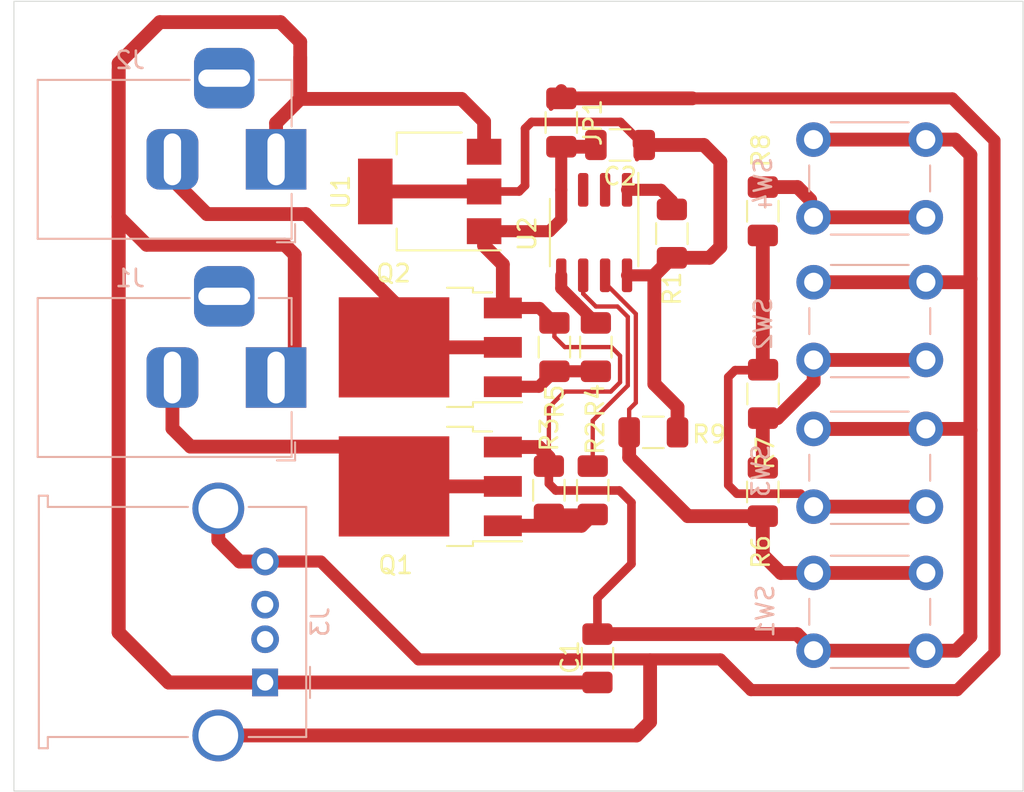
<source format=kicad_pcb>
(kicad_pcb (version 20171130) (host pcbnew "(5.1.6)-1")

  (general
    (thickness 1.6)
    (drawings 8)
    (tracks 199)
    (zones 0)
    (modules 23)
    (nets 22)
  )

  (page A4)
  (layers
    (0 F.Cu signal)
    (31 B.Cu signal)
    (32 B.Adhes user)
    (33 F.Adhes user)
    (34 B.Paste user)
    (35 F.Paste user)
    (36 B.SilkS user)
    (37 F.SilkS user)
    (38 B.Mask user)
    (39 F.Mask user)
    (40 Dwgs.User user)
    (41 Cmts.User user)
    (42 Eco1.User user)
    (43 Eco2.User user)
    (44 Edge.Cuts user)
    (45 Margin user)
    (46 B.CrtYd user)
    (47 F.CrtYd user)
    (48 B.Fab user)
    (49 F.Fab user)
  )

  (setup
    (last_trace_width 0.8)
    (user_trace_width 0.5)
    (user_trace_width 0.7)
    (user_trace_width 0.8)
    (user_trace_width 1)
    (trace_clearance 0.2)
    (zone_clearance 0.508)
    (zone_45_only no)
    (trace_min 0.25)
    (via_size 0.8)
    (via_drill 0.4)
    (via_min_size 0.4)
    (via_min_drill 0.3)
    (uvia_size 0.3)
    (uvia_drill 0.1)
    (uvias_allowed no)
    (uvia_min_size 0.2)
    (uvia_min_drill 0.1)
    (edge_width 0.05)
    (segment_width 0.2)
    (pcb_text_width 0.3)
    (pcb_text_size 1.5 1.5)
    (mod_edge_width 0.12)
    (mod_text_size 1 1)
    (mod_text_width 0.15)
    (pad_size 1.7 1.7)
    (pad_drill 1)
    (pad_to_mask_clearance 0.05)
    (aux_axis_origin 0 0)
    (visible_elements 7FFFFFFF)
    (pcbplotparams
      (layerselection 0x010fc_ffffffff)
      (usegerberextensions false)
      (usegerberattributes true)
      (usegerberadvancedattributes true)
      (creategerberjobfile true)
      (excludeedgelayer true)
      (linewidth 0.100000)
      (plotframeref false)
      (viasonmask false)
      (mode 1)
      (useauxorigin false)
      (hpglpennumber 1)
      (hpglpenspeed 20)
      (hpglpendiameter 15.000000)
      (psnegative false)
      (psa4output false)
      (plotreference true)
      (plotvalue true)
      (plotinvisibletext false)
      (padsonsilk false)
      (subtractmaskfromsilk false)
      (outputformat 1)
      (mirror false)
      (drillshape 1)
      (scaleselection 1)
      (outputdirectory ""))
  )

  (net 0 "")
  (net 1 VCC)
  (net 2 GND)
  (net 3 "Net-(Q1-Pad1)")
  (net 4 "Net-(Q2-Pad1)")
  (net 5 +3V3)
  (net 6 "Net-(R1-Pad1)")
  (net 7 "Net-(R2-Pad1)")
  (net 8 "Net-(R4-Pad1)")
  (net 9 "Net-(U2-Pad3)")
  (net 10 "Net-(U2-Pad2)")
  (net 11 "Net-(R6-Pad2)")
  (net 12 "Net-(R7-Pad2)")
  (net 13 "Net-(R8-Pad1)")
  (net 14 "Net-(J2-Pad3)")
  (net 15 "Net-(J2-Pad2)")
  (net 16 "Net-(J3-Pad3)")
  (net 17 "Net-(J1-Pad3)")
  (net 18 "Net-(J1-Pad2)")
  (net 19 "Net-(J3-Pad4)")
  (net 20 "Net-(J3-Pad2)")
  (net 21 "Net-(R6-Pad1)")

  (net_class Default "This is the default net class."
    (clearance 0.2)
    (trace_width 0.25)
    (via_dia 0.8)
    (via_drill 0.4)
    (uvia_dia 0.3)
    (uvia_drill 0.1)
    (add_net +3V3)
    (add_net GND)
    (add_net "Net-(J1-Pad2)")
    (add_net "Net-(J1-Pad3)")
    (add_net "Net-(J2-Pad2)")
    (add_net "Net-(J2-Pad3)")
    (add_net "Net-(J3-Pad2)")
    (add_net "Net-(J3-Pad3)")
    (add_net "Net-(J3-Pad4)")
    (add_net "Net-(Q1-Pad1)")
    (add_net "Net-(Q2-Pad1)")
    (add_net "Net-(R1-Pad1)")
    (add_net "Net-(R2-Pad1)")
    (add_net "Net-(R4-Pad1)")
    (add_net "Net-(R6-Pad1)")
    (add_net "Net-(R6-Pad2)")
    (add_net "Net-(R7-Pad2)")
    (add_net "Net-(R8-Pad1)")
    (add_net "Net-(U2-Pad2)")
    (add_net "Net-(U2-Pad3)")
    (add_net VCC)
  )

  (module Connector_USB:USB_A_Molex_67643_Horizontal (layer B.Cu) (tedit 5EA03975) (tstamp 5F294A63)
    (at 132.6515 108.0135 90)
    (descr "USB type A, Horizontal, https://www.molex.com/pdm_docs/sd/676433910_sd.pdf")
    (tags "USB_A Female Connector receptacle")
    (path /5F2BE126)
    (fp_text reference J3 (at 3.5 3.19 -90) (layer B.SilkS)
      (effects (font (size 1 1) (thickness 0.15)) (justify mirror))
    )
    (fp_text value USB_A (at 3.5 -14.5 -90) (layer B.Fab)
      (effects (font (size 1 1) (thickness 0.15)) (justify mirror))
    )
    (fp_line (start 0 1.27) (end 1 2.27) (layer B.Fab) (width 0.1))
    (fp_line (start -1 2.27) (end 0 1.27) (layer B.Fab) (width 0.1))
    (fp_line (start -0.9 2.6) (end 0.9 2.6) (layer B.SilkS) (width 0.12))
    (fp_line (start -3.05 -12.69) (end -3.7 -12.69) (layer B.Fab) (width 0.1))
    (fp_line (start 10.81 -12.58) (end 10.16 -12.58) (layer B.SilkS) (width 0.12))
    (fp_line (start -3.81 -12.58) (end -3.81 -13.1) (layer B.SilkS) (width 0.12))
    (fp_line (start 10.16 -4.47) (end 10.16 -12.58) (layer B.SilkS) (width 0.12))
    (fp_line (start -3.81 -13.1) (end 10.81 -13.1) (layer B.SilkS) (width 0.12))
    (fp_line (start 10.81 -13.1) (end 10.81 -12.58) (layer B.SilkS) (width 0.12))
    (fp_line (start -3.05 -12.69) (end -3.05 2.27) (layer B.Fab) (width 0.1))
    (fp_line (start 10.16 2.38) (end 10.16 -0.95) (layer B.SilkS) (width 0.12))
    (fp_line (start -3.16 2.38) (end -3.16 -0.95) (layer B.SilkS) (width 0.12))
    (fp_line (start -3.16 2.38) (end 10.16 2.38) (layer B.SilkS) (width 0.12))
    (fp_line (start -3.55 -12.19) (end -3.55 -4.66) (layer B.CrtYd) (width 0.05))
    (fp_line (start -4.2 -12.19) (end -3.55 -12.19) (layer B.CrtYd) (width 0.05))
    (fp_line (start -4.2 -13.49) (end -4.2 -12.19) (layer B.CrtYd) (width 0.05))
    (fp_line (start 10.55 -12.19) (end 10.55 -4.66) (layer B.CrtYd) (width 0.05))
    (fp_line (start 11.2 -12.19) (end 10.55 -12.19) (layer B.CrtYd) (width 0.05))
    (fp_line (start 11.2 -13.49) (end 11.2 -12.19) (layer B.CrtYd) (width 0.05))
    (fp_line (start -4.2 -13.49) (end 11.2 -13.49) (layer B.CrtYd) (width 0.05))
    (fp_line (start -3.55 2.77) (end -3.55 -0.76) (layer B.CrtYd) (width 0.05))
    (fp_line (start 10.55 2.77) (end 10.55 -0.76) (layer B.CrtYd) (width 0.05))
    (fp_line (start -3.55 2.77) (end 10.55 2.77) (layer B.CrtYd) (width 0.05))
    (fp_line (start -3.05 -9.27) (end 10.05 -9.27) (layer B.Fab) (width 0.1))
    (fp_line (start 10.7 -12.69) (end 10.05 -12.69) (layer B.Fab) (width 0.1))
    (fp_line (start 10.7 -12.99) (end 10.7 -12.69) (layer B.Fab) (width 0.1))
    (fp_line (start -3.7 -12.99) (end 10.7 -12.99) (layer B.Fab) (width 0.1))
    (fp_line (start -3.7 -12.69) (end -3.7 -12.99) (layer B.Fab) (width 0.1))
    (fp_line (start -3.16 -12.58) (end -3.81 -12.58) (layer B.SilkS) (width 0.12))
    (fp_line (start -3.16 -12.58) (end -3.16 -4.47) (layer B.SilkS) (width 0.12))
    (fp_line (start 10.05 2.27) (end 10.05 -12.69) (layer B.Fab) (width 0.1))
    (fp_line (start -3.05 2.27) (end 10.05 2.27) (layer B.Fab) (width 0.1))
    (fp_arc (start 10.07 -2.71) (end 10.55 -4.66) (angle 152.3426981) (layer B.CrtYd) (width 0.05))
    (fp_arc (start -3.07 -2.71) (end -3.55 -0.76) (angle 152.3426981) (layer B.CrtYd) (width 0.05))
    (fp_text user %R (at 3.5 -3.7 -90) (layer B.Fab)
      (effects (font (size 1 1) (thickness 0.15)) (justify mirror))
    )
    (pad 4 thru_hole circle (at 7 0 90) (size 1.6 1.6) (drill 0.95) (layers *.Cu *.Mask)
      (net 19 "Net-(J3-Pad4)"))
    (pad 3 thru_hole circle (at 4.5 0 90) (size 1.6 1.6) (drill 0.95) (layers *.Cu *.Mask)
      (net 16 "Net-(J3-Pad3)"))
    (pad 2 thru_hole circle (at 2.5 0 90) (size 1.6 1.6) (drill 0.95) (layers *.Cu *.Mask)
      (net 20 "Net-(J3-Pad2)"))
    (pad 1 thru_hole rect (at 0 0 90) (size 1.6 1.5) (drill 0.95) (layers *.Cu *.Mask)
      (net 1 VCC))
    (pad 5 thru_hole circle (at 10.07 -2.71 90) (size 3 3) (drill 2.3) (layers *.Cu *.Mask)
      (net 19 "Net-(J3-Pad4)"))
    (pad 5 thru_hole circle (at -3.07 -2.71 90) (size 3 3) (drill 2.3) (layers *.Cu *.Mask)
      (net 19 "Net-(J3-Pad4)"))
    (model ${KISYS3DMOD}/Connector_USB.3dshapes/USB_A_Molex_67643_Horizontal.wrl
      (at (xyz 0 0 0))
      (scale (xyz 1 1 1))
      (rotate (xyz 0 0 0))
    )
  )

  (module Connector_BarrelJack:BarrelJack_Horizontal (layer B.Cu) (tedit 5A1DBF6A) (tstamp 5F294A36)
    (at 133.2865 77.7305)
    (descr "DC Barrel Jack")
    (tags "Power Jack")
    (path /5F29525E)
    (fp_text reference J2 (at -8.45 -5.75) (layer B.SilkS)
      (effects (font (size 1 1) (thickness 0.15)) (justify mirror))
    )
    (fp_text value Barrel_Jack_Switch (at -6.2 5.5) (layer B.Fab)
      (effects (font (size 1 1) (thickness 0.15)) (justify mirror))
    )
    (fp_line (start 0 4.5) (end -13.7 4.5) (layer B.Fab) (width 0.1))
    (fp_line (start 0.8 -4.5) (end 0.8 3.75) (layer B.Fab) (width 0.1))
    (fp_line (start -13.7 -4.5) (end 0.8 -4.5) (layer B.Fab) (width 0.1))
    (fp_line (start -13.7 4.5) (end -13.7 -4.5) (layer B.Fab) (width 0.1))
    (fp_line (start -10.2 4.5) (end -10.2 -4.5) (layer B.Fab) (width 0.1))
    (fp_line (start 0.9 4.6) (end 0.9 2) (layer B.SilkS) (width 0.12))
    (fp_line (start -13.8 4.6) (end 0.9 4.6) (layer B.SilkS) (width 0.12))
    (fp_line (start 0.9 -4.6) (end -1 -4.6) (layer B.SilkS) (width 0.12))
    (fp_line (start 0.9 -1.9) (end 0.9 -4.6) (layer B.SilkS) (width 0.12))
    (fp_line (start -13.8 -4.6) (end -13.8 4.6) (layer B.SilkS) (width 0.12))
    (fp_line (start -5 -4.6) (end -13.8 -4.6) (layer B.SilkS) (width 0.12))
    (fp_line (start -14 -4.75) (end -14 4.75) (layer B.CrtYd) (width 0.05))
    (fp_line (start -5 -4.75) (end -14 -4.75) (layer B.CrtYd) (width 0.05))
    (fp_line (start -5 -6.75) (end -5 -4.75) (layer B.CrtYd) (width 0.05))
    (fp_line (start -1 -6.75) (end -5 -6.75) (layer B.CrtYd) (width 0.05))
    (fp_line (start -1 -4.75) (end -1 -6.75) (layer B.CrtYd) (width 0.05))
    (fp_line (start 1 -4.75) (end -1 -4.75) (layer B.CrtYd) (width 0.05))
    (fp_line (start 1 -2) (end 1 -4.75) (layer B.CrtYd) (width 0.05))
    (fp_line (start 2 -2) (end 1 -2) (layer B.CrtYd) (width 0.05))
    (fp_line (start 2 2) (end 2 -2) (layer B.CrtYd) (width 0.05))
    (fp_line (start 1 2) (end 2 2) (layer B.CrtYd) (width 0.05))
    (fp_line (start 1 4.5) (end 1 2) (layer B.CrtYd) (width 0.05))
    (fp_line (start 1 4.75) (end -14 4.75) (layer B.CrtYd) (width 0.05))
    (fp_line (start 1 4.5) (end 1 4.75) (layer B.CrtYd) (width 0.05))
    (fp_line (start 0.05 4.8) (end 1.1 4.8) (layer B.SilkS) (width 0.12))
    (fp_line (start 1.1 3.75) (end 1.1 4.8) (layer B.SilkS) (width 0.12))
    (fp_line (start -0.003213 4.505425) (end 0.8 3.75) (layer B.Fab) (width 0.1))
    (fp_text user %R (at -3 2.95) (layer B.Fab)
      (effects (font (size 1 1) (thickness 0.15)) (justify mirror))
    )
    (pad 3 thru_hole roundrect (at -3 -4.7) (size 3.5 3.5) (drill oval 3 1) (layers *.Cu *.Mask) (roundrect_rratio 0.25)
      (net 14 "Net-(J2-Pad3)"))
    (pad 2 thru_hole roundrect (at -6 0) (size 3 3.5) (drill oval 1 3) (layers *.Cu *.Mask) (roundrect_rratio 0.25)
      (net 15 "Net-(J2-Pad2)"))
    (pad 1 thru_hole rect (at 0 0) (size 3.5 3.5) (drill oval 1 3) (layers *.Cu *.Mask)
      (net 1 VCC))
    (model ${KISYS3DMOD}/Connector_BarrelJack.3dshapes/BarrelJack_Horizontal.wrl
      (at (xyz 0 0 0))
      (scale (xyz 1 1 1))
      (rotate (xyz 0 0 0))
    )
  )

  (module Connector_BarrelJack:BarrelJack_Horizontal (layer B.Cu) (tedit 5A1DBF6A) (tstamp 5F294A13)
    (at 133.2865 90.3605)
    (descr "DC Barrel Jack")
    (tags "Power Jack")
    (path /5F295DE8)
    (fp_text reference J1 (at -8.45 -5.75) (layer B.SilkS)
      (effects (font (size 1 1) (thickness 0.15)) (justify mirror))
    )
    (fp_text value Barrel_Jack_Switch (at -6.2 5.5) (layer B.Fab)
      (effects (font (size 1 1) (thickness 0.15)) (justify mirror))
    )
    (fp_line (start 0 4.5) (end -13.7 4.5) (layer B.Fab) (width 0.1))
    (fp_line (start 0.8 -4.5) (end 0.8 3.75) (layer B.Fab) (width 0.1))
    (fp_line (start -13.7 -4.5) (end 0.8 -4.5) (layer B.Fab) (width 0.1))
    (fp_line (start -13.7 4.5) (end -13.7 -4.5) (layer B.Fab) (width 0.1))
    (fp_line (start -10.2 4.5) (end -10.2 -4.5) (layer B.Fab) (width 0.1))
    (fp_line (start 0.9 4.6) (end 0.9 2) (layer B.SilkS) (width 0.12))
    (fp_line (start -13.8 4.6) (end 0.9 4.6) (layer B.SilkS) (width 0.12))
    (fp_line (start 0.9 -4.6) (end -1 -4.6) (layer B.SilkS) (width 0.12))
    (fp_line (start 0.9 -1.9) (end 0.9 -4.6) (layer B.SilkS) (width 0.12))
    (fp_line (start -13.8 -4.6) (end -13.8 4.6) (layer B.SilkS) (width 0.12))
    (fp_line (start -5 -4.6) (end -13.8 -4.6) (layer B.SilkS) (width 0.12))
    (fp_line (start -14 -4.75) (end -14 4.75) (layer B.CrtYd) (width 0.05))
    (fp_line (start -5 -4.75) (end -14 -4.75) (layer B.CrtYd) (width 0.05))
    (fp_line (start -5 -6.75) (end -5 -4.75) (layer B.CrtYd) (width 0.05))
    (fp_line (start -1 -6.75) (end -5 -6.75) (layer B.CrtYd) (width 0.05))
    (fp_line (start -1 -4.75) (end -1 -6.75) (layer B.CrtYd) (width 0.05))
    (fp_line (start 1 -4.75) (end -1 -4.75) (layer B.CrtYd) (width 0.05))
    (fp_line (start 1 -2) (end 1 -4.75) (layer B.CrtYd) (width 0.05))
    (fp_line (start 2 -2) (end 1 -2) (layer B.CrtYd) (width 0.05))
    (fp_line (start 2 2) (end 2 -2) (layer B.CrtYd) (width 0.05))
    (fp_line (start 1 2) (end 2 2) (layer B.CrtYd) (width 0.05))
    (fp_line (start 1 4.5) (end 1 2) (layer B.CrtYd) (width 0.05))
    (fp_line (start 1 4.75) (end -14 4.75) (layer B.CrtYd) (width 0.05))
    (fp_line (start 1 4.5) (end 1 4.75) (layer B.CrtYd) (width 0.05))
    (fp_line (start 0.05 4.8) (end 1.1 4.8) (layer B.SilkS) (width 0.12))
    (fp_line (start 1.1 3.75) (end 1.1 4.8) (layer B.SilkS) (width 0.12))
    (fp_line (start -0.003213 4.505425) (end 0.8 3.75) (layer B.Fab) (width 0.1))
    (fp_text user %R (at -3 2.95) (layer B.Fab)
      (effects (font (size 1 1) (thickness 0.15)) (justify mirror))
    )
    (pad 3 thru_hole roundrect (at -3 -4.7) (size 3.5 3.5) (drill oval 3 1) (layers *.Cu *.Mask) (roundrect_rratio 0.25)
      (net 17 "Net-(J1-Pad3)"))
    (pad 2 thru_hole roundrect (at -6 0) (size 3 3.5) (drill oval 1 3) (layers *.Cu *.Mask) (roundrect_rratio 0.25)
      (net 18 "Net-(J1-Pad2)"))
    (pad 1 thru_hole rect (at 0 0) (size 3.5 3.5) (drill oval 1 3) (layers *.Cu *.Mask)
      (net 1 VCC))
    (model ${KISYS3DMOD}/Connector_BarrelJack.3dshapes/BarrelJack_Horizontal.wrl
      (at (xyz 0 0 0))
      (scale (xyz 1 1 1))
      (rotate (xyz 0 0 0))
    )
  )

  (module Capacitor_SMD:C_1206_3216Metric (layer F.Cu) (tedit 5B301BBE) (tstamp 5F26D416)
    (at 153.2 76.8985 180)
    (descr "Capacitor SMD 1206 (3216 Metric), square (rectangular) end terminal, IPC_7351 nominal, (Body size source: http://www.tortai-tech.com/upload/download/2011102023233369053.pdf), generated with kicad-footprint-generator")
    (tags capacitor)
    (path /5F2775A3)
    (attr smd)
    (fp_text reference C2 (at 0 -1.82) (layer F.SilkS)
      (effects (font (size 1 1) (thickness 0.15)))
    )
    (fp_text value C (at 0 1.82) (layer F.Fab)
      (effects (font (size 1 1) (thickness 0.15)))
    )
    (fp_line (start 2.28 1.12) (end -2.28 1.12) (layer F.CrtYd) (width 0.05))
    (fp_line (start 2.28 -1.12) (end 2.28 1.12) (layer F.CrtYd) (width 0.05))
    (fp_line (start -2.28 -1.12) (end 2.28 -1.12) (layer F.CrtYd) (width 0.05))
    (fp_line (start -2.28 1.12) (end -2.28 -1.12) (layer F.CrtYd) (width 0.05))
    (fp_line (start -0.602064 0.91) (end 0.602064 0.91) (layer F.SilkS) (width 0.12))
    (fp_line (start -0.602064 -0.91) (end 0.602064 -0.91) (layer F.SilkS) (width 0.12))
    (fp_line (start 1.6 0.8) (end -1.6 0.8) (layer F.Fab) (width 0.1))
    (fp_line (start 1.6 -0.8) (end 1.6 0.8) (layer F.Fab) (width 0.1))
    (fp_line (start -1.6 -0.8) (end 1.6 -0.8) (layer F.Fab) (width 0.1))
    (fp_line (start -1.6 0.8) (end -1.6 -0.8) (layer F.Fab) (width 0.1))
    (fp_text user %R (at 0 0) (layer F.Fab)
      (effects (font (size 0.8 0.8) (thickness 0.12)))
    )
    (pad 2 smd roundrect (at 1.4 0 180) (size 1.25 1.75) (layers F.Cu F.Paste F.Mask) (roundrect_rratio 0.2)
      (net 2 GND))
    (pad 1 smd roundrect (at -1.4 0 180) (size 1.25 1.75) (layers F.Cu F.Paste F.Mask) (roundrect_rratio 0.2)
      (net 5 +3V3))
    (model ${KISYS3DMOD}/Capacitor_SMD.3dshapes/C_1206_3216Metric.wrl
      (at (xyz 0 0 0))
      (scale (xyz 1 1 1))
      (rotate (xyz 0 0 0))
    )
  )

  (module Capacitor_SMD:C_1206_3216Metric (layer F.Cu) (tedit 5B301BBE) (tstamp 5F26D405)
    (at 151.892 106.6165 90)
    (descr "Capacitor SMD 1206 (3216 Metric), square (rectangular) end terminal, IPC_7351 nominal, (Body size source: http://www.tortai-tech.com/upload/download/2011102023233369053.pdf), generated with kicad-footprint-generator")
    (tags capacitor)
    (path /5F26E9B9)
    (attr smd)
    (fp_text reference C1 (at 0.0665 -1.5875 90) (layer F.SilkS)
      (effects (font (size 1 1) (thickness 0.15)))
    )
    (fp_text value C (at 0 1.82 90) (layer F.Fab)
      (effects (font (size 1 1) (thickness 0.15)))
    )
    (fp_line (start -1.6 0.8) (end -1.6 -0.8) (layer F.Fab) (width 0.1))
    (fp_line (start -1.6 -0.8) (end 1.6 -0.8) (layer F.Fab) (width 0.1))
    (fp_line (start 1.6 -0.8) (end 1.6 0.8) (layer F.Fab) (width 0.1))
    (fp_line (start 1.6 0.8) (end -1.6 0.8) (layer F.Fab) (width 0.1))
    (fp_line (start -0.602064 -0.91) (end 0.602064 -0.91) (layer F.SilkS) (width 0.12))
    (fp_line (start -0.602064 0.91) (end 0.602064 0.91) (layer F.SilkS) (width 0.12))
    (fp_line (start -2.28 1.12) (end -2.28 -1.12) (layer F.CrtYd) (width 0.05))
    (fp_line (start -2.28 -1.12) (end 2.28 -1.12) (layer F.CrtYd) (width 0.05))
    (fp_line (start 2.28 -1.12) (end 2.28 1.12) (layer F.CrtYd) (width 0.05))
    (fp_line (start 2.28 1.12) (end -2.28 1.12) (layer F.CrtYd) (width 0.05))
    (fp_text user %R (at 0 0 90) (layer F.Fab)
      (effects (font (size 0.8 0.8) (thickness 0.12)))
    )
    (pad 1 smd roundrect (at -1.4 0 90) (size 1.25 1.75) (layers F.Cu F.Paste F.Mask) (roundrect_rratio 0.2)
      (net 1 VCC))
    (pad 2 smd roundrect (at 1.4 0 90) (size 1.25 1.75) (layers F.Cu F.Paste F.Mask) (roundrect_rratio 0.2)
      (net 2 GND))
    (model ${KISYS3DMOD}/Capacitor_SMD.3dshapes/C_1206_3216Metric.wrl
      (at (xyz 0 0 0))
      (scale (xyz 1 1 1))
      (rotate (xyz 0 0 0))
    )
  )

  (module Package_TO_SOT_SMD:TO-252-3_TabPin2 (layer F.Cu) (tedit 5A70F30B) (tstamp 5F2690A3)
    (at 142.215 88.615 180)
    (descr "TO-252 / DPAK SMD package, http://www.infineon.com/cms/en/product/packages/PG-TO252/PG-TO252-3-1/")
    (tags "DPAK TO-252 DPAK-3 TO-252-3 SOT-428")
    (path /5F3EA379)
    (attr smd)
    (fp_text reference Q2 (at 2.134 4.287) (layer F.SilkS)
      (effects (font (size 1 1) (thickness 0.15)))
    )
    (fp_text value IRLR024NPBF (at 0 4.5) (layer F.Fab)
      (effects (font (size 1 1) (thickness 0.15)))
    )
    (fp_line (start 3.95 -2.7) (end 4.95 -2.7) (layer F.Fab) (width 0.1))
    (fp_line (start 4.95 -2.7) (end 4.95 2.7) (layer F.Fab) (width 0.1))
    (fp_line (start 4.95 2.7) (end 3.95 2.7) (layer F.Fab) (width 0.1))
    (fp_line (start 3.95 -3.25) (end 3.95 3.25) (layer F.Fab) (width 0.1))
    (fp_line (start 3.95 3.25) (end -2.27 3.25) (layer F.Fab) (width 0.1))
    (fp_line (start -2.27 3.25) (end -2.27 -2.25) (layer F.Fab) (width 0.1))
    (fp_line (start -2.27 -2.25) (end -1.27 -3.25) (layer F.Fab) (width 0.1))
    (fp_line (start -1.27 -3.25) (end 3.95 -3.25) (layer F.Fab) (width 0.1))
    (fp_line (start -1.865 -2.655) (end -4.97 -2.655) (layer F.Fab) (width 0.1))
    (fp_line (start -4.97 -2.655) (end -4.97 -1.905) (layer F.Fab) (width 0.1))
    (fp_line (start -4.97 -1.905) (end -2.27 -1.905) (layer F.Fab) (width 0.1))
    (fp_line (start -2.27 -0.375) (end -4.97 -0.375) (layer F.Fab) (width 0.1))
    (fp_line (start -4.97 -0.375) (end -4.97 0.375) (layer F.Fab) (width 0.1))
    (fp_line (start -4.97 0.375) (end -2.27 0.375) (layer F.Fab) (width 0.1))
    (fp_line (start -2.27 1.905) (end -4.97 1.905) (layer F.Fab) (width 0.1))
    (fp_line (start -4.97 1.905) (end -4.97 2.655) (layer F.Fab) (width 0.1))
    (fp_line (start -4.97 2.655) (end -2.27 2.655) (layer F.Fab) (width 0.1))
    (fp_line (start -0.97 -3.45) (end -2.47 -3.45) (layer F.SilkS) (width 0.12))
    (fp_line (start -2.47 -3.45) (end -2.47 -3.18) (layer F.SilkS) (width 0.12))
    (fp_line (start -2.47 -3.18) (end -5.3 -3.18) (layer F.SilkS) (width 0.12))
    (fp_line (start -0.97 3.45) (end -2.47 3.45) (layer F.SilkS) (width 0.12))
    (fp_line (start -2.47 3.45) (end -2.47 3.18) (layer F.SilkS) (width 0.12))
    (fp_line (start -2.47 3.18) (end -3.57 3.18) (layer F.SilkS) (width 0.12))
    (fp_line (start -5.55 -3.5) (end -5.55 3.5) (layer F.CrtYd) (width 0.05))
    (fp_line (start -5.55 3.5) (end 5.55 3.5) (layer F.CrtYd) (width 0.05))
    (fp_line (start 5.55 3.5) (end 5.55 -3.5) (layer F.CrtYd) (width 0.05))
    (fp_line (start 5.55 -3.5) (end -5.55 -3.5) (layer F.CrtYd) (width 0.05))
    (fp_text user %R (at 0 0) (layer F.Fab)
      (effects (font (size 1 1) (thickness 0.15)))
    )
    (pad 1 smd rect (at -4.2 -2.28 180) (size 2.2 1.2) (layers F.Cu F.Paste F.Mask)
      (net 4 "Net-(Q2-Pad1)"))
    (pad 2 smd rect (at -4.2 0 180) (size 2.2 1.2) (layers F.Cu F.Paste F.Mask)
      (net 15 "Net-(J2-Pad2)"))
    (pad 3 smd rect (at -4.2 2.28 180) (size 2.2 1.2) (layers F.Cu F.Paste F.Mask)
      (net 2 GND))
    (pad 2 smd rect (at 2.1 0 180) (size 6.4 5.8) (layers F.Cu F.Mask)
      (net 15 "Net-(J2-Pad2)"))
    (pad "" smd rect (at 3.775 1.525 180) (size 3.05 2.75) (layers F.Paste))
    (pad "" smd rect (at 0.425 -1.525 180) (size 3.05 2.75) (layers F.Paste))
    (pad "" smd rect (at 3.775 -1.525 180) (size 3.05 2.75) (layers F.Paste))
    (pad "" smd rect (at 0.425 1.525 180) (size 3.05 2.75) (layers F.Paste))
    (model ${KISYS3DMOD}/Package_TO_SOT_SMD.3dshapes/TO-252-3_TabPin2.wrl
      (at (xyz 0 0 0))
      (scale (xyz 1 1 1))
      (rotate (xyz 0 0 0))
    )
  )

  (module Resistor_SMD:R_1206_3216Metric (layer F.Cu) (tedit 5B301BBD) (tstamp 5F27F19F)
    (at 161.4805 91.31 90)
    (descr "Resistor SMD 1206 (3216 Metric), square (rectangular) end terminal, IPC_7351 nominal, (Body size source: http://www.tortai-tech.com/upload/download/2011102023233369053.pdf), generated with kicad-footprint-generator")
    (tags resistor)
    (path /5F48C5F6)
    (attr smd)
    (fp_text reference R7 (at -3.429 0.127 90) (layer F.SilkS)
      (effects (font (size 1 1) (thickness 0.15)))
    )
    (fp_text value 4.7k (at 0 1.82 90) (layer F.Fab)
      (effects (font (size 1 1) (thickness 0.15)))
    )
    (fp_line (start 2.28 1.12) (end -2.28 1.12) (layer F.CrtYd) (width 0.05))
    (fp_line (start 2.28 -1.12) (end 2.28 1.12) (layer F.CrtYd) (width 0.05))
    (fp_line (start -2.28 -1.12) (end 2.28 -1.12) (layer F.CrtYd) (width 0.05))
    (fp_line (start -2.28 1.12) (end -2.28 -1.12) (layer F.CrtYd) (width 0.05))
    (fp_line (start -0.602064 0.91) (end 0.602064 0.91) (layer F.SilkS) (width 0.12))
    (fp_line (start -0.602064 -0.91) (end 0.602064 -0.91) (layer F.SilkS) (width 0.12))
    (fp_line (start 1.6 0.8) (end -1.6 0.8) (layer F.Fab) (width 0.1))
    (fp_line (start 1.6 -0.8) (end 1.6 0.8) (layer F.Fab) (width 0.1))
    (fp_line (start -1.6 -0.8) (end 1.6 -0.8) (layer F.Fab) (width 0.1))
    (fp_line (start -1.6 0.8) (end -1.6 -0.8) (layer F.Fab) (width 0.1))
    (fp_text user %R (at 0 0 90) (layer F.Fab)
      (effects (font (size 0.8 0.8) (thickness 0.12)))
    )
    (pad 2 smd roundrect (at 1.4 0 90) (size 1.25 1.75) (layers F.Cu F.Paste F.Mask) (roundrect_rratio 0.2)
      (net 12 "Net-(R7-Pad2)"))
    (pad 1 smd roundrect (at -1.4 0 90) (size 1.25 1.75) (layers F.Cu F.Paste F.Mask) (roundrect_rratio 0.2)
      (net 11 "Net-(R6-Pad2)"))
    (model ${KISYS3DMOD}/Resistor_SMD.3dshapes/R_1206_3216Metric.wrl
      (at (xyz 0 0 0))
      (scale (xyz 1 1 1))
      (rotate (xyz 0 0 0))
    )
  )

  (module Package_TO_SOT_SMD:SOT-223-3_TabPin2 (layer F.Cu) (tedit 5A02FF57) (tstamp 5F26910E)
    (at 142.18 79.59 180)
    (descr "module CMS SOT223 4 pins")
    (tags "CMS SOT")
    (path /5F4196E7)
    (attr smd)
    (fp_text reference U1 (at 5.147 -0.039 270) (layer F.SilkS)
      (effects (font (size 1 1) (thickness 0.15)))
    )
    (fp_text value AMS1117 (at 0 4.5) (layer F.Fab)
      (effects (font (size 1 1) (thickness 0.15)))
    )
    (fp_line (start 1.85 -3.35) (end 1.85 3.35) (layer F.Fab) (width 0.1))
    (fp_line (start -1.85 3.35) (end 1.85 3.35) (layer F.Fab) (width 0.1))
    (fp_line (start -4.1 -3.41) (end 1.91 -3.41) (layer F.SilkS) (width 0.12))
    (fp_line (start -0.85 -3.35) (end 1.85 -3.35) (layer F.Fab) (width 0.1))
    (fp_line (start -1.85 3.41) (end 1.91 3.41) (layer F.SilkS) (width 0.12))
    (fp_line (start -1.85 -2.35) (end -1.85 3.35) (layer F.Fab) (width 0.1))
    (fp_line (start -1.85 -2.35) (end -0.85 -3.35) (layer F.Fab) (width 0.1))
    (fp_line (start -4.4 -3.6) (end -4.4 3.6) (layer F.CrtYd) (width 0.05))
    (fp_line (start -4.4 3.6) (end 4.4 3.6) (layer F.CrtYd) (width 0.05))
    (fp_line (start 4.4 3.6) (end 4.4 -3.6) (layer F.CrtYd) (width 0.05))
    (fp_line (start 4.4 -3.6) (end -4.4 -3.6) (layer F.CrtYd) (width 0.05))
    (fp_line (start 1.91 -3.41) (end 1.91 -2.15) (layer F.SilkS) (width 0.12))
    (fp_line (start 1.91 3.41) (end 1.91 2.15) (layer F.SilkS) (width 0.12))
    (fp_text user %R (at 0 0 90) (layer F.Fab)
      (effects (font (size 0.8 0.8) (thickness 0.12)))
    )
    (pad 1 smd rect (at -3.15 -2.3 180) (size 2 1.5) (layers F.Cu F.Paste F.Mask)
      (net 2 GND))
    (pad 3 smd rect (at -3.15 2.3 180) (size 2 1.5) (layers F.Cu F.Paste F.Mask)
      (net 1 VCC))
    (pad 2 smd rect (at -3.15 0 180) (size 2 1.5) (layers F.Cu F.Paste F.Mask)
      (net 5 +3V3))
    (pad 2 smd rect (at 3.15 0 180) (size 2 3.8) (layers F.Cu F.Paste F.Mask)
      (net 5 +3V3))
    (model ${KISYS3DMOD}/Package_TO_SOT_SMD.3dshapes/SOT-223.wrl
      (at (xyz 0 0 0))
      (scale (xyz 1 1 1))
      (rotate (xyz 0 0 0))
    )
  )

  (module Button_Switch_THT:SW_PUSH_6mm (layer B.Cu) (tedit 5A02FE31) (tstamp 5F27514C)
    (at 164.4015 81.086)
    (descr https://www.omron.com/ecb/products/pdf/en-b3f.pdf)
    (tags "tact sw push 6mm")
    (path /5F52AD26)
    (fp_text reference SW4 (at -2.921 -1.965 270) (layer B.SilkS)
      (effects (font (size 1 1) (thickness 0.15)) (justify mirror))
    )
    (fp_text value SW_Push_Dual_x2 (at 3.75 -6.7) (layer B.Fab)
      (effects (font (size 1 1) (thickness 0.15)) (justify mirror))
    )
    (fp_circle (center 3.25 -2.25) (end 1.25 -2.5) (layer B.Fab) (width 0.1))
    (fp_line (start 6.75 -3) (end 6.75 -1.5) (layer B.SilkS) (width 0.12))
    (fp_line (start 5.5 1) (end 1 1) (layer B.SilkS) (width 0.12))
    (fp_line (start -0.25 -1.5) (end -0.25 -3) (layer B.SilkS) (width 0.12))
    (fp_line (start 1 -5.5) (end 5.5 -5.5) (layer B.SilkS) (width 0.12))
    (fp_line (start 8 1.25) (end 8 -5.75) (layer B.CrtYd) (width 0.05))
    (fp_line (start 7.75 -6) (end -1.25 -6) (layer B.CrtYd) (width 0.05))
    (fp_line (start -1.5 -5.75) (end -1.5 1.25) (layer B.CrtYd) (width 0.05))
    (fp_line (start -1.25 1.5) (end 7.75 1.5) (layer B.CrtYd) (width 0.05))
    (fp_line (start -1.5 -6) (end -1.25 -6) (layer B.CrtYd) (width 0.05))
    (fp_line (start -1.5 -5.75) (end -1.5 -6) (layer B.CrtYd) (width 0.05))
    (fp_line (start -1.5 1.5) (end -1.25 1.5) (layer B.CrtYd) (width 0.05))
    (fp_line (start -1.5 1.25) (end -1.5 1.5) (layer B.CrtYd) (width 0.05))
    (fp_line (start 8 1.5) (end 8 1.25) (layer B.CrtYd) (width 0.05))
    (fp_line (start 7.75 1.5) (end 8 1.5) (layer B.CrtYd) (width 0.05))
    (fp_line (start 8 -6) (end 8 -5.75) (layer B.CrtYd) (width 0.05))
    (fp_line (start 7.75 -6) (end 8 -6) (layer B.CrtYd) (width 0.05))
    (fp_line (start 0.25 0.75) (end 3.25 0.75) (layer B.Fab) (width 0.1))
    (fp_line (start 0.25 -5.25) (end 0.25 0.75) (layer B.Fab) (width 0.1))
    (fp_line (start 6.25 -5.25) (end 0.25 -5.25) (layer B.Fab) (width 0.1))
    (fp_line (start 6.25 0.75) (end 6.25 -5.25) (layer B.Fab) (width 0.1))
    (fp_line (start 3.25 0.75) (end 6.25 0.75) (layer B.Fab) (width 0.1))
    (fp_text user %R (at 3.25 -2.25) (layer B.Fab)
      (effects (font (size 1 1) (thickness 0.15)) (justify mirror))
    )
    (pad 1 thru_hole circle (at 6.5 0 270) (size 2 2) (drill 1.1) (layers *.Cu *.Mask)
      (net 13 "Net-(R8-Pad1)"))
    (pad 2 thru_hole circle (at 6.5 -4.5 270) (size 2 2) (drill 1.1) (layers *.Cu *.Mask)
      (net 2 GND))
    (pad 1 thru_hole circle (at 0 0 270) (size 2 2) (drill 1.1) (layers *.Cu *.Mask)
      (net 13 "Net-(R8-Pad1)"))
    (pad 2 thru_hole circle (at 0 -4.5 270) (size 2 2) (drill 1.1) (layers *.Cu *.Mask)
      (net 2 GND))
    (model ${KISYS3DMOD}/Button_Switch_THT.3dshapes/SW_PUSH_6mm.wrl
      (at (xyz 0 0 0))
      (scale (xyz 1 1 1))
      (rotate (xyz 0 0 0))
    )
  )

  (module Button_Switch_THT:SW_PUSH_6mm (layer B.Cu) (tedit 5A02FE31) (tstamp 5F27510F)
    (at 164.4087 89.344)
    (descr https://www.omron.com/ecb/products/pdf/en-b3f.pdf)
    (tags "tact sw push 6mm")
    (path /5F52045A)
    (fp_text reference SW2 (at -2.9282 -2.095 270) (layer B.SilkS)
      (effects (font (size 1 1) (thickness 0.15)) (justify mirror))
    )
    (fp_text value SW_Push_Dual_x2 (at 3.75 -6.7) (layer B.Fab)
      (effects (font (size 1 1) (thickness 0.15)) (justify mirror))
    )
    (fp_circle (center 3.25 -2.25) (end 1.25 -2.5) (layer B.Fab) (width 0.1))
    (fp_line (start 6.75 -3) (end 6.75 -1.5) (layer B.SilkS) (width 0.12))
    (fp_line (start 5.5 1) (end 1 1) (layer B.SilkS) (width 0.12))
    (fp_line (start -0.25 -1.5) (end -0.25 -3) (layer B.SilkS) (width 0.12))
    (fp_line (start 1 -5.5) (end 5.5 -5.5) (layer B.SilkS) (width 0.12))
    (fp_line (start 8 1.25) (end 8 -5.75) (layer B.CrtYd) (width 0.05))
    (fp_line (start 7.75 -6) (end -1.25 -6) (layer B.CrtYd) (width 0.05))
    (fp_line (start -1.5 -5.75) (end -1.5 1.25) (layer B.CrtYd) (width 0.05))
    (fp_line (start -1.25 1.5) (end 7.75 1.5) (layer B.CrtYd) (width 0.05))
    (fp_line (start -1.5 -6) (end -1.25 -6) (layer B.CrtYd) (width 0.05))
    (fp_line (start -1.5 -5.75) (end -1.5 -6) (layer B.CrtYd) (width 0.05))
    (fp_line (start -1.5 1.5) (end -1.25 1.5) (layer B.CrtYd) (width 0.05))
    (fp_line (start -1.5 1.25) (end -1.5 1.5) (layer B.CrtYd) (width 0.05))
    (fp_line (start 8 1.5) (end 8 1.25) (layer B.CrtYd) (width 0.05))
    (fp_line (start 7.75 1.5) (end 8 1.5) (layer B.CrtYd) (width 0.05))
    (fp_line (start 8 -6) (end 8 -5.75) (layer B.CrtYd) (width 0.05))
    (fp_line (start 7.75 -6) (end 8 -6) (layer B.CrtYd) (width 0.05))
    (fp_line (start 0.25 0.75) (end 3.25 0.75) (layer B.Fab) (width 0.1))
    (fp_line (start 0.25 -5.25) (end 0.25 0.75) (layer B.Fab) (width 0.1))
    (fp_line (start 6.25 -5.25) (end 0.25 -5.25) (layer B.Fab) (width 0.1))
    (fp_line (start 6.25 0.75) (end 6.25 -5.25) (layer B.Fab) (width 0.1))
    (fp_line (start 3.25 0.75) (end 6.25 0.75) (layer B.Fab) (width 0.1))
    (fp_text user %R (at 3.25 -2.25) (layer B.Fab)
      (effects (font (size 1 1) (thickness 0.15)) (justify mirror))
    )
    (pad 1 thru_hole circle (at 6.5 0 270) (size 2 2) (drill 1.1) (layers *.Cu *.Mask)
      (net 11 "Net-(R6-Pad2)"))
    (pad 2 thru_hole circle (at 6.5 -4.5 270) (size 2 2) (drill 1.1) (layers *.Cu *.Mask)
      (net 2 GND))
    (pad 1 thru_hole circle (at 0 0 270) (size 2 2) (drill 1.1) (layers *.Cu *.Mask)
      (net 11 "Net-(R6-Pad2)"))
    (pad 2 thru_hole circle (at 0 -4.5 270) (size 2 2) (drill 1.1) (layers *.Cu *.Mask)
      (net 2 GND))
    (model ${KISYS3DMOD}/Button_Switch_THT.3dshapes/SW_PUSH_6mm.wrl
      (at (xyz 0 0 0))
      (scale (xyz 1 1 1))
      (rotate (xyz 0 0 0))
    )
  )

  (module Button_Switch_THT:SW_PUSH_6mm (layer B.Cu) (tedit 5A02FE31) (tstamp 5F274854)
    (at 164.40602 97.836)
    (descr https://www.omron.com/ecb/products/pdf/en-b3f.pdf)
    (tags "tact sw push 6mm")
    (path /5F5288CF)
    (fp_text reference SW3 (at -3.05252 -2.078 270) (layer B.SilkS)
      (effects (font (size 1 1) (thickness 0.15)) (justify mirror))
    )
    (fp_text value SW_Push_Dual_x2 (at 3.75 -6.7) (layer B.Fab)
      (effects (font (size 1 1) (thickness 0.15)) (justify mirror))
    )
    (fp_circle (center 3.25 -2.25) (end 1.25 -2.5) (layer B.Fab) (width 0.1))
    (fp_line (start 6.75 -3) (end 6.75 -1.5) (layer B.SilkS) (width 0.12))
    (fp_line (start 5.5 1) (end 1 1) (layer B.SilkS) (width 0.12))
    (fp_line (start -0.25 -1.5) (end -0.25 -3) (layer B.SilkS) (width 0.12))
    (fp_line (start 1 -5.5) (end 5.5 -5.5) (layer B.SilkS) (width 0.12))
    (fp_line (start 8 1.25) (end 8 -5.75) (layer B.CrtYd) (width 0.05))
    (fp_line (start 7.75 -6) (end -1.25 -6) (layer B.CrtYd) (width 0.05))
    (fp_line (start -1.5 -5.75) (end -1.5 1.25) (layer B.CrtYd) (width 0.05))
    (fp_line (start -1.25 1.5) (end 7.75 1.5) (layer B.CrtYd) (width 0.05))
    (fp_line (start -1.5 -6) (end -1.25 -6) (layer B.CrtYd) (width 0.05))
    (fp_line (start -1.5 -5.75) (end -1.5 -6) (layer B.CrtYd) (width 0.05))
    (fp_line (start -1.5 1.5) (end -1.25 1.5) (layer B.CrtYd) (width 0.05))
    (fp_line (start -1.5 1.25) (end -1.5 1.5) (layer B.CrtYd) (width 0.05))
    (fp_line (start 8 1.5) (end 8 1.25) (layer B.CrtYd) (width 0.05))
    (fp_line (start 7.75 1.5) (end 8 1.5) (layer B.CrtYd) (width 0.05))
    (fp_line (start 8 -6) (end 8 -5.75) (layer B.CrtYd) (width 0.05))
    (fp_line (start 7.75 -6) (end 8 -6) (layer B.CrtYd) (width 0.05))
    (fp_line (start 0.25 0.75) (end 3.25 0.75) (layer B.Fab) (width 0.1))
    (fp_line (start 0.25 -5.25) (end 0.25 0.75) (layer B.Fab) (width 0.1))
    (fp_line (start 6.25 -5.25) (end 0.25 -5.25) (layer B.Fab) (width 0.1))
    (fp_line (start 6.25 0.75) (end 6.25 -5.25) (layer B.Fab) (width 0.1))
    (fp_line (start 3.25 0.75) (end 6.25 0.75) (layer B.Fab) (width 0.1))
    (fp_text user %R (at 3.25 -2.25) (layer B.Fab)
      (effects (font (size 1 1) (thickness 0.15)) (justify mirror))
    )
    (pad 1 thru_hole circle (at 6.5 0 270) (size 2 2) (drill 1.1) (layers *.Cu *.Mask)
      (net 12 "Net-(R7-Pad2)"))
    (pad 2 thru_hole circle (at 6.5 -4.5 270) (size 2 2) (drill 1.1) (layers *.Cu *.Mask)
      (net 2 GND))
    (pad 1 thru_hole circle (at 0 0 270) (size 2 2) (drill 1.1) (layers *.Cu *.Mask)
      (net 12 "Net-(R7-Pad2)"))
    (pad 2 thru_hole circle (at 0 -4.5 270) (size 2 2) (drill 1.1) (layers *.Cu *.Mask)
      (net 2 GND))
    (model ${KISYS3DMOD}/Button_Switch_THT.3dshapes/SW_PUSH_6mm.wrl
      (at (xyz 0 0 0))
      (scale (xyz 1 1 1))
      (rotate (xyz 0 0 0))
    )
  )

  (module Button_Switch_THT:SW_PUSH_6mm (layer B.Cu) (tedit 5A02FE31) (tstamp 5F274835)
    (at 170.90616 101.67652 180)
    (descr https://www.omron.com/ecb/products/pdf/en-b3f.pdf)
    (tags "tact sw push 6mm")
    (path /5F51F603)
    (fp_text reference SW1 (at 9.29866 -2.20948 270) (layer B.SilkS)
      (effects (font (size 1 1) (thickness 0.15)) (justify mirror))
    )
    (fp_text value SW_Push_Dual_x2 (at 3.75 -6.7) (layer B.Fab)
      (effects (font (size 1 1) (thickness 0.15)) (justify mirror))
    )
    (fp_circle (center 3.25 -2.25) (end 1.25 -2.5) (layer B.Fab) (width 0.1))
    (fp_line (start 6.75 -3) (end 6.75 -1.5) (layer B.SilkS) (width 0.12))
    (fp_line (start 5.5 1) (end 1 1) (layer B.SilkS) (width 0.12))
    (fp_line (start -0.25 -1.5) (end -0.25 -3) (layer B.SilkS) (width 0.12))
    (fp_line (start 1 -5.5) (end 5.5 -5.5) (layer B.SilkS) (width 0.12))
    (fp_line (start 8 1.25) (end 8 -5.75) (layer B.CrtYd) (width 0.05))
    (fp_line (start 7.75 -6) (end -1.25 -6) (layer B.CrtYd) (width 0.05))
    (fp_line (start -1.5 -5.75) (end -1.5 1.25) (layer B.CrtYd) (width 0.05))
    (fp_line (start -1.25 1.5) (end 7.75 1.5) (layer B.CrtYd) (width 0.05))
    (fp_line (start -1.5 -6) (end -1.25 -6) (layer B.CrtYd) (width 0.05))
    (fp_line (start -1.5 -5.75) (end -1.5 -6) (layer B.CrtYd) (width 0.05))
    (fp_line (start -1.5 1.5) (end -1.25 1.5) (layer B.CrtYd) (width 0.05))
    (fp_line (start -1.5 1.25) (end -1.5 1.5) (layer B.CrtYd) (width 0.05))
    (fp_line (start 8 1.5) (end 8 1.25) (layer B.CrtYd) (width 0.05))
    (fp_line (start 7.75 1.5) (end 8 1.5) (layer B.CrtYd) (width 0.05))
    (fp_line (start 8 -6) (end 8 -5.75) (layer B.CrtYd) (width 0.05))
    (fp_line (start 7.75 -6) (end 8 -6) (layer B.CrtYd) (width 0.05))
    (fp_line (start 0.25 0.75) (end 3.25 0.75) (layer B.Fab) (width 0.1))
    (fp_line (start 0.25 -5.25) (end 0.25 0.75) (layer B.Fab) (width 0.1))
    (fp_line (start 6.25 -5.25) (end 0.25 -5.25) (layer B.Fab) (width 0.1))
    (fp_line (start 6.25 0.75) (end 6.25 -5.25) (layer B.Fab) (width 0.1))
    (fp_line (start 3.25 0.75) (end 6.25 0.75) (layer B.Fab) (width 0.1))
    (fp_text user %R (at 3.25 -2.25) (layer B.Fab)
      (effects (font (size 1 1) (thickness 0.15)) (justify mirror))
    )
    (pad 1 thru_hole circle (at 6.5 0 90) (size 2 2) (drill 1.1) (layers *.Cu *.Mask)
      (net 21 "Net-(R6-Pad1)"))
    (pad 2 thru_hole circle (at 6.5 -4.5 90) (size 2 2) (drill 1.1) (layers *.Cu *.Mask)
      (net 2 GND))
    (pad 1 thru_hole circle (at 0 0 90) (size 2 2) (drill 1.1) (layers *.Cu *.Mask)
      (net 21 "Net-(R6-Pad1)"))
    (pad 2 thru_hole circle (at 0 -4.5 90) (size 2 2) (drill 1.1) (layers *.Cu *.Mask)
      (net 2 GND))
    (model ${KISYS3DMOD}/Button_Switch_THT.3dshapes/SW_PUSH_6mm.wrl
      (at (xyz 0 0 0))
      (scale (xyz 1 1 1))
      (rotate (xyz 0 0 0))
    )
  )

  (module Resistor_SMD:R_1206_3216Metric (layer F.Cu) (tedit 5B301BBD) (tstamp 5F274816)
    (at 155.1275 93.5355 180)
    (descr "Resistor SMD 1206 (3216 Metric), square (rectangular) end terminal, IPC_7351 nominal, (Body size source: http://www.tortai-tech.com/upload/download/2011102023233369053.pdf), generated with kicad-footprint-generator")
    (tags resistor)
    (path /5F4E5379)
    (attr smd)
    (fp_text reference R9 (at -3.23 -0.112) (layer F.SilkS)
      (effects (font (size 1 1) (thickness 0.15)))
    )
    (fp_text value 4.7k (at 0 1.82) (layer F.Fab)
      (effects (font (size 1 1) (thickness 0.15)))
    )
    (fp_line (start 2.28 1.12) (end -2.28 1.12) (layer F.CrtYd) (width 0.05))
    (fp_line (start 2.28 -1.12) (end 2.28 1.12) (layer F.CrtYd) (width 0.05))
    (fp_line (start -2.28 -1.12) (end 2.28 -1.12) (layer F.CrtYd) (width 0.05))
    (fp_line (start -2.28 1.12) (end -2.28 -1.12) (layer F.CrtYd) (width 0.05))
    (fp_line (start -0.602064 0.91) (end 0.602064 0.91) (layer F.SilkS) (width 0.12))
    (fp_line (start -0.602064 -0.91) (end 0.602064 -0.91) (layer F.SilkS) (width 0.12))
    (fp_line (start 1.6 0.8) (end -1.6 0.8) (layer F.Fab) (width 0.1))
    (fp_line (start 1.6 -0.8) (end 1.6 0.8) (layer F.Fab) (width 0.1))
    (fp_line (start -1.6 -0.8) (end 1.6 -0.8) (layer F.Fab) (width 0.1))
    (fp_line (start -1.6 0.8) (end -1.6 -0.8) (layer F.Fab) (width 0.1))
    (fp_text user %R (at 0 0) (layer F.Fab)
      (effects (font (size 0.8 0.8) (thickness 0.12)))
    )
    (pad 2 smd roundrect (at 1.4 0 180) (size 1.25 1.75) (layers F.Cu F.Paste F.Mask) (roundrect_rratio 0.2)
      (net 21 "Net-(R6-Pad1)"))
    (pad 1 smd roundrect (at -1.4 0 180) (size 1.25 1.75) (layers F.Cu F.Paste F.Mask) (roundrect_rratio 0.2)
      (net 5 +3V3))
    (model ${KISYS3DMOD}/Resistor_SMD.3dshapes/R_1206_3216Metric.wrl
      (at (xyz 0 0 0))
      (scale (xyz 1 1 1))
      (rotate (xyz 0 0 0))
    )
  )

  (module Resistor_SMD:R_1206_3216Metric (layer F.Cu) (tedit 5B301BBD) (tstamp 5F274805)
    (at 161.4655 80.736 270)
    (descr "Resistor SMD 1206 (3216 Metric), square (rectangular) end terminal, IPC_7351 nominal, (Body size source: http://www.tortai-tech.com/upload/download/2011102023233369053.pdf), generated with kicad-footprint-generator")
    (tags resistor)
    (path /5F493110)
    (attr smd)
    (fp_text reference R8 (at -3.52 0.112 90) (layer F.SilkS)
      (effects (font (size 1 1) (thickness 0.15)))
    )
    (fp_text value 4.7k (at 0 1.82 90) (layer F.Fab)
      (effects (font (size 1 1) (thickness 0.15)))
    )
    (fp_line (start 2.28 1.12) (end -2.28 1.12) (layer F.CrtYd) (width 0.05))
    (fp_line (start 2.28 -1.12) (end 2.28 1.12) (layer F.CrtYd) (width 0.05))
    (fp_line (start -2.28 -1.12) (end 2.28 -1.12) (layer F.CrtYd) (width 0.05))
    (fp_line (start -2.28 1.12) (end -2.28 -1.12) (layer F.CrtYd) (width 0.05))
    (fp_line (start -0.602064 0.91) (end 0.602064 0.91) (layer F.SilkS) (width 0.12))
    (fp_line (start -0.602064 -0.91) (end 0.602064 -0.91) (layer F.SilkS) (width 0.12))
    (fp_line (start 1.6 0.8) (end -1.6 0.8) (layer F.Fab) (width 0.1))
    (fp_line (start 1.6 -0.8) (end 1.6 0.8) (layer F.Fab) (width 0.1))
    (fp_line (start -1.6 -0.8) (end 1.6 -0.8) (layer F.Fab) (width 0.1))
    (fp_line (start -1.6 0.8) (end -1.6 -0.8) (layer F.Fab) (width 0.1))
    (fp_text user %R (at 0 0 90) (layer F.Fab)
      (effects (font (size 0.8 0.8) (thickness 0.12)))
    )
    (pad 2 smd roundrect (at 1.4 0 270) (size 1.25 1.75) (layers F.Cu F.Paste F.Mask) (roundrect_rratio 0.2)
      (net 12 "Net-(R7-Pad2)"))
    (pad 1 smd roundrect (at -1.4 0 270) (size 1.25 1.75) (layers F.Cu F.Paste F.Mask) (roundrect_rratio 0.2)
      (net 13 "Net-(R8-Pad1)"))
    (model ${KISYS3DMOD}/Resistor_SMD.3dshapes/R_1206_3216Metric.wrl
      (at (xyz 0 0 0))
      (scale (xyz 1 1 1))
      (rotate (xyz 0 0 0))
    )
  )

  (module Resistor_SMD:R_1206_3216Metric (layer F.Cu) (tedit 5B301BBD) (tstamp 5F2747E3)
    (at 161.4655 96.986 90)
    (descr "Resistor SMD 1206 (3216 Metric), square (rectangular) end terminal, IPC_7351 nominal, (Body size source: http://www.tortai-tech.com/upload/download/2011102023233369053.pdf), generated with kicad-footprint-generator")
    (tags resistor)
    (path /5F485806)
    (attr smd)
    (fp_text reference R6 (at -3.471 -0.112 90) (layer F.SilkS)
      (effects (font (size 1 1) (thickness 0.15)))
    )
    (fp_text value 4.7k (at 0 1.82 90) (layer F.Fab)
      (effects (font (size 1 1) (thickness 0.15)))
    )
    (fp_line (start 2.28 1.12) (end -2.28 1.12) (layer F.CrtYd) (width 0.05))
    (fp_line (start 2.28 -1.12) (end 2.28 1.12) (layer F.CrtYd) (width 0.05))
    (fp_line (start -2.28 -1.12) (end 2.28 -1.12) (layer F.CrtYd) (width 0.05))
    (fp_line (start -2.28 1.12) (end -2.28 -1.12) (layer F.CrtYd) (width 0.05))
    (fp_line (start -0.602064 0.91) (end 0.602064 0.91) (layer F.SilkS) (width 0.12))
    (fp_line (start -0.602064 -0.91) (end 0.602064 -0.91) (layer F.SilkS) (width 0.12))
    (fp_line (start 1.6 0.8) (end -1.6 0.8) (layer F.Fab) (width 0.1))
    (fp_line (start 1.6 -0.8) (end 1.6 0.8) (layer F.Fab) (width 0.1))
    (fp_line (start -1.6 -0.8) (end 1.6 -0.8) (layer F.Fab) (width 0.1))
    (fp_line (start -1.6 0.8) (end -1.6 -0.8) (layer F.Fab) (width 0.1))
    (fp_text user %R (at 0 0 90) (layer F.Fab)
      (effects (font (size 0.8 0.8) (thickness 0.12)))
    )
    (pad 2 smd roundrect (at 1.4 0 90) (size 1.25 1.75) (layers F.Cu F.Paste F.Mask) (roundrect_rratio 0.2)
      (net 11 "Net-(R6-Pad2)"))
    (pad 1 smd roundrect (at -1.4 0 90) (size 1.25 1.75) (layers F.Cu F.Paste F.Mask) (roundrect_rratio 0.2)
      (net 21 "Net-(R6-Pad1)"))
    (model ${KISYS3DMOD}/Resistor_SMD.3dshapes/R_1206_3216Metric.wrl
      (at (xyz 0 0 0))
      (scale (xyz 1 1 1))
      (rotate (xyz 0 0 0))
    )
  )

  (module Resistor_SMD:R_1206_3216Metric (layer F.Cu) (tedit 5B301BBD) (tstamp 5F26CB23)
    (at 149.8 75.6 270)
    (descr "Resistor SMD 1206 (3216 Metric), square (rectangular) end terminal, IPC_7351 nominal, (Body size source: http://www.tortai-tech.com/upload/download/2011102023233369053.pdf), generated with kicad-footprint-generator")
    (tags resistor)
    (path /5F4608CE)
    (attr smd)
    (fp_text reference JP1 (at 0 -1.82 90) (layer F.SilkS)
      (effects (font (size 1 1) (thickness 0.15)))
    )
    (fp_text value Jumper_2_Bridged (at 0 1.82 90) (layer F.Fab)
      (effects (font (size 1 1) (thickness 0.15)))
    )
    (fp_line (start 2.28 1.12) (end -2.28 1.12) (layer F.CrtYd) (width 0.05))
    (fp_line (start 2.28 -1.12) (end 2.28 1.12) (layer F.CrtYd) (width 0.05))
    (fp_line (start -2.28 -1.12) (end 2.28 -1.12) (layer F.CrtYd) (width 0.05))
    (fp_line (start -2.28 1.12) (end -2.28 -1.12) (layer F.CrtYd) (width 0.05))
    (fp_line (start -0.602064 0.91) (end 0.602064 0.91) (layer F.SilkS) (width 0.12))
    (fp_line (start -0.602064 -0.91) (end 0.602064 -0.91) (layer F.SilkS) (width 0.12))
    (fp_line (start 1.6 0.8) (end -1.6 0.8) (layer F.Fab) (width 0.1))
    (fp_line (start 1.6 -0.8) (end 1.6 0.8) (layer F.Fab) (width 0.1))
    (fp_line (start -1.6 -0.8) (end 1.6 -0.8) (layer F.Fab) (width 0.1))
    (fp_line (start -1.6 0.8) (end -1.6 -0.8) (layer F.Fab) (width 0.1))
    (fp_text user %R (at 0 0 90) (layer F.Fab)
      (effects (font (size 0.8 0.8) (thickness 0.12)))
    )
    (pad 2 smd roundrect (at 1.4 0 270) (size 1.25 1.75) (layers F.Cu F.Paste F.Mask) (roundrect_rratio 0.2)
      (net 2 GND))
    (pad 1 smd roundrect (at -1.4 0 270) (size 1.25 1.75) (layers F.Cu F.Paste F.Mask) (roundrect_rratio 0.2)
      (net 19 "Net-(J3-Pad4)"))
    (model ${KISYS3DMOD}/Resistor_SMD.3dshapes/R_1206_3216Metric.wrl
      (at (xyz 0 0 0))
      (scale (xyz 1 1 1))
      (rotate (xyz 0 0 0))
    )
  )

  (module Package_SO:SOIC-8_3.9x4.9mm_P1.27mm (layer F.Cu) (tedit 5D9F72B1) (tstamp 5F269128)
    (at 151.7 81.97 270)
    (descr "SOIC, 8 Pin (JEDEC MS-012AA, https://www.analog.com/media/en/package-pcb-resources/package/pkg_pdf/soic_narrow-r/r_8.pdf), generated with kicad-footprint-generator ipc_gullwing_generator.py")
    (tags "SOIC SO")
    (path /5F3E4374)
    (attr smd)
    (fp_text reference U2 (at 0.072 3.872 90) (layer F.SilkS)
      (effects (font (size 1 1) (thickness 0.15)))
    )
    (fp_text value ATtiny13A-SSU (at 0 3.4 90) (layer F.Fab)
      (effects (font (size 1 1) (thickness 0.15)))
    )
    (fp_line (start 3.7 -2.7) (end -3.7 -2.7) (layer F.CrtYd) (width 0.05))
    (fp_line (start 3.7 2.7) (end 3.7 -2.7) (layer F.CrtYd) (width 0.05))
    (fp_line (start -3.7 2.7) (end 3.7 2.7) (layer F.CrtYd) (width 0.05))
    (fp_line (start -3.7 -2.7) (end -3.7 2.7) (layer F.CrtYd) (width 0.05))
    (fp_line (start -1.95 -1.475) (end -0.975 -2.45) (layer F.Fab) (width 0.1))
    (fp_line (start -1.95 2.45) (end -1.95 -1.475) (layer F.Fab) (width 0.1))
    (fp_line (start 1.95 2.45) (end -1.95 2.45) (layer F.Fab) (width 0.1))
    (fp_line (start 1.95 -2.45) (end 1.95 2.45) (layer F.Fab) (width 0.1))
    (fp_line (start -0.975 -2.45) (end 1.95 -2.45) (layer F.Fab) (width 0.1))
    (fp_line (start 0 -2.56) (end -3.45 -2.56) (layer F.SilkS) (width 0.12))
    (fp_line (start 0 -2.56) (end 1.95 -2.56) (layer F.SilkS) (width 0.12))
    (fp_line (start 0 2.56) (end -1.95 2.56) (layer F.SilkS) (width 0.12))
    (fp_line (start 0 2.56) (end 1.95 2.56) (layer F.SilkS) (width 0.12))
    (fp_text user %R (at 0 0 90) (layer F.Fab)
      (effects (font (size 0.98 0.98) (thickness 0.15)))
    )
    (pad 8 smd roundrect (at 2.475 -1.905 270) (size 1.95 0.6) (layers F.Cu F.Paste F.Mask) (roundrect_rratio 0.25)
      (net 5 +3V3))
    (pad 7 smd roundrect (at 2.475 -0.635 270) (size 1.95 0.6) (layers F.Cu F.Paste F.Mask) (roundrect_rratio 0.25)
      (net 21 "Net-(R6-Pad1)"))
    (pad 6 smd roundrect (at 2.475 0.635 270) (size 1.95 0.6) (layers F.Cu F.Paste F.Mask) (roundrect_rratio 0.25)
      (net 7 "Net-(R2-Pad1)"))
    (pad 5 smd roundrect (at 2.475 1.905 270) (size 1.95 0.6) (layers F.Cu F.Paste F.Mask) (roundrect_rratio 0.25)
      (net 8 "Net-(R4-Pad1)"))
    (pad 4 smd roundrect (at -2.475 1.905 270) (size 1.95 0.6) (layers F.Cu F.Paste F.Mask) (roundrect_rratio 0.25)
      (net 2 GND))
    (pad 3 smd roundrect (at -2.475 0.635 270) (size 1.95 0.6) (layers F.Cu F.Paste F.Mask) (roundrect_rratio 0.25)
      (net 9 "Net-(U2-Pad3)"))
    (pad 2 smd roundrect (at -2.475 -0.635 270) (size 1.95 0.6) (layers F.Cu F.Paste F.Mask) (roundrect_rratio 0.25)
      (net 10 "Net-(U2-Pad2)"))
    (pad 1 smd roundrect (at -2.475 -1.905 270) (size 1.95 0.6) (layers F.Cu F.Paste F.Mask) (roundrect_rratio 0.25)
      (net 6 "Net-(R1-Pad1)"))
    (model ${KISYS3DMOD}/Package_SO.3dshapes/SOIC-8_3.9x4.9mm_P1.27mm.wrl
      (at (xyz 0 0 0))
      (scale (xyz 1 1 1))
      (rotate (xyz 0 0 0))
    )
  )

  (module Resistor_SMD:R_1206_3216Metric (layer F.Cu) (tedit 5B301BBD) (tstamp 5F2690F8)
    (at 149.4 88.6 90)
    (descr "Resistor SMD 1206 (3216 Metric), square (rectangular) end terminal, IPC_7351 nominal, (Body size source: http://www.tortai-tech.com/upload/download/2011102023233369053.pdf), generated with kicad-footprint-generator")
    (tags resistor)
    (path /5F3F10CD)
    (attr smd)
    (fp_text reference R5 (at -3.1575 0.0155 90) (layer F.SilkS)
      (effects (font (size 1 1) (thickness 0.15)))
    )
    (fp_text value 1k (at 0 1.82 90) (layer F.Fab)
      (effects (font (size 1 1) (thickness 0.15)))
    )
    (fp_line (start 2.28 1.12) (end -2.28 1.12) (layer F.CrtYd) (width 0.05))
    (fp_line (start 2.28 -1.12) (end 2.28 1.12) (layer F.CrtYd) (width 0.05))
    (fp_line (start -2.28 -1.12) (end 2.28 -1.12) (layer F.CrtYd) (width 0.05))
    (fp_line (start -2.28 1.12) (end -2.28 -1.12) (layer F.CrtYd) (width 0.05))
    (fp_line (start -0.602064 0.91) (end 0.602064 0.91) (layer F.SilkS) (width 0.12))
    (fp_line (start -0.602064 -0.91) (end 0.602064 -0.91) (layer F.SilkS) (width 0.12))
    (fp_line (start 1.6 0.8) (end -1.6 0.8) (layer F.Fab) (width 0.1))
    (fp_line (start 1.6 -0.8) (end 1.6 0.8) (layer F.Fab) (width 0.1))
    (fp_line (start -1.6 -0.8) (end 1.6 -0.8) (layer F.Fab) (width 0.1))
    (fp_line (start -1.6 0.8) (end -1.6 -0.8) (layer F.Fab) (width 0.1))
    (fp_text user %R (at 0 0 90) (layer F.Fab)
      (effects (font (size 0.8 0.8) (thickness 0.12)))
    )
    (pad 2 smd roundrect (at 1.4 0 90) (size 1.25 1.75) (layers F.Cu F.Paste F.Mask) (roundrect_rratio 0.2)
      (net 2 GND))
    (pad 1 smd roundrect (at -1.4 0 90) (size 1.25 1.75) (layers F.Cu F.Paste F.Mask) (roundrect_rratio 0.2)
      (net 4 "Net-(Q2-Pad1)"))
    (model ${KISYS3DMOD}/Resistor_SMD.3dshapes/R_1206_3216Metric.wrl
      (at (xyz 0 0 0))
      (scale (xyz 1 1 1))
      (rotate (xyz 0 0 0))
    )
  )

  (module Resistor_SMD:R_1206_3216Metric (layer F.Cu) (tedit 5B301BBD) (tstamp 5F2690E7)
    (at 151.8 88.6 270)
    (descr "Resistor SMD 1206 (3216 Metric), square (rectangular) end terminal, IPC_7351 nominal, (Body size source: http://www.tortai-tech.com/upload/download/2011102023233369053.pdf), generated with kicad-footprint-generator")
    (tags resistor)
    (path /5F3F213E)
    (attr smd)
    (fp_text reference R4 (at 3.094 0.035 90) (layer F.SilkS)
      (effects (font (size 1 1) (thickness 0.15)))
    )
    (fp_text value 1k (at 0 1.82 90) (layer F.Fab)
      (effects (font (size 1 1) (thickness 0.15)))
    )
    (fp_line (start 2.28 1.12) (end -2.28 1.12) (layer F.CrtYd) (width 0.05))
    (fp_line (start 2.28 -1.12) (end 2.28 1.12) (layer F.CrtYd) (width 0.05))
    (fp_line (start -2.28 -1.12) (end 2.28 -1.12) (layer F.CrtYd) (width 0.05))
    (fp_line (start -2.28 1.12) (end -2.28 -1.12) (layer F.CrtYd) (width 0.05))
    (fp_line (start -0.602064 0.91) (end 0.602064 0.91) (layer F.SilkS) (width 0.12))
    (fp_line (start -0.602064 -0.91) (end 0.602064 -0.91) (layer F.SilkS) (width 0.12))
    (fp_line (start 1.6 0.8) (end -1.6 0.8) (layer F.Fab) (width 0.1))
    (fp_line (start 1.6 -0.8) (end 1.6 0.8) (layer F.Fab) (width 0.1))
    (fp_line (start -1.6 -0.8) (end 1.6 -0.8) (layer F.Fab) (width 0.1))
    (fp_line (start -1.6 0.8) (end -1.6 -0.8) (layer F.Fab) (width 0.1))
    (fp_text user %R (at 0 0 90) (layer F.Fab)
      (effects (font (size 0.8 0.8) (thickness 0.12)))
    )
    (pad 2 smd roundrect (at 1.4 0 270) (size 1.25 1.75) (layers F.Cu F.Paste F.Mask) (roundrect_rratio 0.2)
      (net 4 "Net-(Q2-Pad1)"))
    (pad 1 smd roundrect (at -1.4 0 270) (size 1.25 1.75) (layers F.Cu F.Paste F.Mask) (roundrect_rratio 0.2)
      (net 8 "Net-(R4-Pad1)"))
    (model ${KISYS3DMOD}/Resistor_SMD.3dshapes/R_1206_3216Metric.wrl
      (at (xyz 0 0 0))
      (scale (xyz 1 1 1))
      (rotate (xyz 0 0 0))
    )
  )

  (module Resistor_SMD:R_1206_3216Metric (layer F.Cu) (tedit 5B301BBD) (tstamp 5F2690D6)
    (at 149.079 96.89 90)
    (descr "Resistor SMD 1206 (3216 Metric), square (rectangular) end terminal, IPC_7351 nominal, (Body size source: http://www.tortai-tech.com/upload/download/2011102023233369053.pdf), generated with kicad-footprint-generator")
    (tags resistor)
    (path /5F3F0053)
    (attr smd)
    (fp_text reference R3 (at 3.2275 0.019 90) (layer F.SilkS)
      (effects (font (size 1 1) (thickness 0.15)))
    )
    (fp_text value 1k (at 0 1.82 90) (layer F.Fab)
      (effects (font (size 1 1) (thickness 0.15)))
    )
    (fp_line (start 2.28 1.12) (end -2.28 1.12) (layer F.CrtYd) (width 0.05))
    (fp_line (start 2.28 -1.12) (end 2.28 1.12) (layer F.CrtYd) (width 0.05))
    (fp_line (start -2.28 -1.12) (end 2.28 -1.12) (layer F.CrtYd) (width 0.05))
    (fp_line (start -2.28 1.12) (end -2.28 -1.12) (layer F.CrtYd) (width 0.05))
    (fp_line (start -0.602064 0.91) (end 0.602064 0.91) (layer F.SilkS) (width 0.12))
    (fp_line (start -0.602064 -0.91) (end 0.602064 -0.91) (layer F.SilkS) (width 0.12))
    (fp_line (start 1.6 0.8) (end -1.6 0.8) (layer F.Fab) (width 0.1))
    (fp_line (start 1.6 -0.8) (end 1.6 0.8) (layer F.Fab) (width 0.1))
    (fp_line (start -1.6 -0.8) (end 1.6 -0.8) (layer F.Fab) (width 0.1))
    (fp_line (start -1.6 0.8) (end -1.6 -0.8) (layer F.Fab) (width 0.1))
    (fp_text user %R (at 0 0 90) (layer F.Fab)
      (effects (font (size 0.8 0.8) (thickness 0.12)))
    )
    (pad 2 smd roundrect (at 1.4 0 90) (size 1.25 1.75) (layers F.Cu F.Paste F.Mask) (roundrect_rratio 0.2)
      (net 2 GND))
    (pad 1 smd roundrect (at -1.4 0 90) (size 1.25 1.75) (layers F.Cu F.Paste F.Mask) (roundrect_rratio 0.2)
      (net 3 "Net-(Q1-Pad1)"))
    (model ${KISYS3DMOD}/Resistor_SMD.3dshapes/R_1206_3216Metric.wrl
      (at (xyz 0 0 0))
      (scale (xyz 1 1 1))
      (rotate (xyz 0 0 0))
    )
  )

  (module Resistor_SMD:R_1206_3216Metric (layer F.Cu) (tedit 5B301BBD) (tstamp 5F2690C5)
    (at 151.619 96.89 270)
    (descr "Resistor SMD 1206 (3216 Metric), square (rectangular) end terminal, IPC_7351 nominal, (Body size source: http://www.tortai-tech.com/upload/download/2011102023233369053.pdf), generated with kicad-footprint-generator")
    (tags resistor)
    (path /5F3F1B1E)
    (attr smd)
    (fp_text reference R2 (at -3.037 -0.146 90) (layer F.SilkS)
      (effects (font (size 1 1) (thickness 0.15)))
    )
    (fp_text value 1k (at 0 1.82 90) (layer F.Fab)
      (effects (font (size 1 1) (thickness 0.15)))
    )
    (fp_line (start 2.28 1.12) (end -2.28 1.12) (layer F.CrtYd) (width 0.05))
    (fp_line (start 2.28 -1.12) (end 2.28 1.12) (layer F.CrtYd) (width 0.05))
    (fp_line (start -2.28 -1.12) (end 2.28 -1.12) (layer F.CrtYd) (width 0.05))
    (fp_line (start -2.28 1.12) (end -2.28 -1.12) (layer F.CrtYd) (width 0.05))
    (fp_line (start -0.602064 0.91) (end 0.602064 0.91) (layer F.SilkS) (width 0.12))
    (fp_line (start -0.602064 -0.91) (end 0.602064 -0.91) (layer F.SilkS) (width 0.12))
    (fp_line (start 1.6 0.8) (end -1.6 0.8) (layer F.Fab) (width 0.1))
    (fp_line (start 1.6 -0.8) (end 1.6 0.8) (layer F.Fab) (width 0.1))
    (fp_line (start -1.6 -0.8) (end 1.6 -0.8) (layer F.Fab) (width 0.1))
    (fp_line (start -1.6 0.8) (end -1.6 -0.8) (layer F.Fab) (width 0.1))
    (fp_text user %R (at 0 0 90) (layer F.Fab)
      (effects (font (size 0.8 0.8) (thickness 0.12)))
    )
    (pad 2 smd roundrect (at 1.4 0 270) (size 1.25 1.75) (layers F.Cu F.Paste F.Mask) (roundrect_rratio 0.2)
      (net 3 "Net-(Q1-Pad1)"))
    (pad 1 smd roundrect (at -1.4 0 270) (size 1.25 1.75) (layers F.Cu F.Paste F.Mask) (roundrect_rratio 0.2)
      (net 7 "Net-(R2-Pad1)"))
    (model ${KISYS3DMOD}/Resistor_SMD.3dshapes/R_1206_3216Metric.wrl
      (at (xyz 0 0 0))
      (scale (xyz 1 1 1))
      (rotate (xyz 0 0 0))
    )
  )

  (module Resistor_SMD:R_1206_3216Metric (layer F.Cu) (tedit 5B301BBD) (tstamp 5F2690B4)
    (at 156.2 82.03 270)
    (descr "Resistor SMD 1206 (3216 Metric), square (rectangular) end terminal, IPC_7351 nominal, (Body size source: http://www.tortai-tech.com/upload/download/2011102023233369053.pdf), generated with kicad-footprint-generator")
    (tags resistor)
    (path /5F418372)
    (attr smd)
    (fp_text reference R1 (at 3.187 -0.01 90) (layer F.SilkS)
      (effects (font (size 1 1) (thickness 0.15)))
    )
    (fp_text value 10k (at 0 1.82 90) (layer F.Fab)
      (effects (font (size 1 1) (thickness 0.15)))
    )
    (fp_line (start 2.28 1.12) (end -2.28 1.12) (layer F.CrtYd) (width 0.05))
    (fp_line (start 2.28 -1.12) (end 2.28 1.12) (layer F.CrtYd) (width 0.05))
    (fp_line (start -2.28 -1.12) (end 2.28 -1.12) (layer F.CrtYd) (width 0.05))
    (fp_line (start -2.28 1.12) (end -2.28 -1.12) (layer F.CrtYd) (width 0.05))
    (fp_line (start -0.602064 0.91) (end 0.602064 0.91) (layer F.SilkS) (width 0.12))
    (fp_line (start -0.602064 -0.91) (end 0.602064 -0.91) (layer F.SilkS) (width 0.12))
    (fp_line (start 1.6 0.8) (end -1.6 0.8) (layer F.Fab) (width 0.1))
    (fp_line (start 1.6 -0.8) (end 1.6 0.8) (layer F.Fab) (width 0.1))
    (fp_line (start -1.6 -0.8) (end 1.6 -0.8) (layer F.Fab) (width 0.1))
    (fp_line (start -1.6 0.8) (end -1.6 -0.8) (layer F.Fab) (width 0.1))
    (fp_text user %R (at 0 0 90) (layer F.Fab)
      (effects (font (size 0.8 0.8) (thickness 0.12)))
    )
    (pad 2 smd roundrect (at 1.4 0 270) (size 1.25 1.75) (layers F.Cu F.Paste F.Mask) (roundrect_rratio 0.2)
      (net 5 +3V3))
    (pad 1 smd roundrect (at -1.4 0 270) (size 1.25 1.75) (layers F.Cu F.Paste F.Mask) (roundrect_rratio 0.2)
      (net 6 "Net-(R1-Pad1)"))
    (model ${KISYS3DMOD}/Resistor_SMD.3dshapes/R_1206_3216Metric.wrl
      (at (xyz 0 0 0))
      (scale (xyz 1 1 1))
      (rotate (xyz 0 0 0))
    )
  )

  (module Package_TO_SOT_SMD:TO-252-3_TabPin2 (layer F.Cu) (tedit 5A70F30B) (tstamp 5F26907B)
    (at 142.215 96.665 180)
    (descr "TO-252 / DPAK SMD package, http://www.infineon.com/cms/en/product/packages/PG-TO252/PG-TO252-3-1/")
    (tags "DPAK TO-252 DPAK-3 TO-252-3 SOT-428")
    (path /5F3E9728)
    (attr smd)
    (fp_text reference Q1 (at 2.007 -4.554) (layer F.SilkS)
      (effects (font (size 1 1) (thickness 0.15)))
    )
    (fp_text value IRLR024NPBF (at 0 4.5) (layer F.Fab)
      (effects (font (size 1 1) (thickness 0.15)))
    )
    (fp_line (start 3.95 -2.7) (end 4.95 -2.7) (layer F.Fab) (width 0.1))
    (fp_line (start 4.95 -2.7) (end 4.95 2.7) (layer F.Fab) (width 0.1))
    (fp_line (start 4.95 2.7) (end 3.95 2.7) (layer F.Fab) (width 0.1))
    (fp_line (start 3.95 -3.25) (end 3.95 3.25) (layer F.Fab) (width 0.1))
    (fp_line (start 3.95 3.25) (end -2.27 3.25) (layer F.Fab) (width 0.1))
    (fp_line (start -2.27 3.25) (end -2.27 -2.25) (layer F.Fab) (width 0.1))
    (fp_line (start -2.27 -2.25) (end -1.27 -3.25) (layer F.Fab) (width 0.1))
    (fp_line (start -1.27 -3.25) (end 3.95 -3.25) (layer F.Fab) (width 0.1))
    (fp_line (start -1.865 -2.655) (end -4.97 -2.655) (layer F.Fab) (width 0.1))
    (fp_line (start -4.97 -2.655) (end -4.97 -1.905) (layer F.Fab) (width 0.1))
    (fp_line (start -4.97 -1.905) (end -2.27 -1.905) (layer F.Fab) (width 0.1))
    (fp_line (start -2.27 -0.375) (end -4.97 -0.375) (layer F.Fab) (width 0.1))
    (fp_line (start -4.97 -0.375) (end -4.97 0.375) (layer F.Fab) (width 0.1))
    (fp_line (start -4.97 0.375) (end -2.27 0.375) (layer F.Fab) (width 0.1))
    (fp_line (start -2.27 1.905) (end -4.97 1.905) (layer F.Fab) (width 0.1))
    (fp_line (start -4.97 1.905) (end -4.97 2.655) (layer F.Fab) (width 0.1))
    (fp_line (start -4.97 2.655) (end -2.27 2.655) (layer F.Fab) (width 0.1))
    (fp_line (start -0.97 -3.45) (end -2.47 -3.45) (layer F.SilkS) (width 0.12))
    (fp_line (start -2.47 -3.45) (end -2.47 -3.18) (layer F.SilkS) (width 0.12))
    (fp_line (start -2.47 -3.18) (end -5.3 -3.18) (layer F.SilkS) (width 0.12))
    (fp_line (start -0.97 3.45) (end -2.47 3.45) (layer F.SilkS) (width 0.12))
    (fp_line (start -2.47 3.45) (end -2.47 3.18) (layer F.SilkS) (width 0.12))
    (fp_line (start -2.47 3.18) (end -3.57 3.18) (layer F.SilkS) (width 0.12))
    (fp_line (start -5.55 -3.5) (end -5.55 3.5) (layer F.CrtYd) (width 0.05))
    (fp_line (start -5.55 3.5) (end 5.55 3.5) (layer F.CrtYd) (width 0.05))
    (fp_line (start 5.55 3.5) (end 5.55 -3.5) (layer F.CrtYd) (width 0.05))
    (fp_line (start 5.55 -3.5) (end -5.55 -3.5) (layer F.CrtYd) (width 0.05))
    (fp_text user %R (at 0 0) (layer F.Fab)
      (effects (font (size 1 1) (thickness 0.15)))
    )
    (pad 1 smd rect (at -4.2 -2.28 180) (size 2.2 1.2) (layers F.Cu F.Paste F.Mask)
      (net 3 "Net-(Q1-Pad1)"))
    (pad 2 smd rect (at -4.2 0 180) (size 2.2 1.2) (layers F.Cu F.Paste F.Mask)
      (net 18 "Net-(J1-Pad2)"))
    (pad 3 smd rect (at -4.2 2.28 180) (size 2.2 1.2) (layers F.Cu F.Paste F.Mask)
      (net 2 GND))
    (pad 2 smd rect (at 2.1 0 180) (size 6.4 5.8) (layers F.Cu F.Mask)
      (net 18 "Net-(J1-Pad2)"))
    (pad "" smd rect (at 3.775 1.525 180) (size 3.05 2.75) (layers F.Paste))
    (pad "" smd rect (at 0.425 -1.525 180) (size 3.05 2.75) (layers F.Paste))
    (pad "" smd rect (at 3.775 -1.525 180) (size 3.05 2.75) (layers F.Paste))
    (pad "" smd rect (at 0.425 1.525 180) (size 3.05 2.75) (layers F.Paste))
    (model ${KISYS3DMOD}/Package_TO_SOT_SMD.3dshapes/TO-252-3_TabPin2.wrl
      (at (xyz 0 0 0))
      (scale (xyz 1 1 1))
      (rotate (xyz 0 0 0))
    )
  )

  (gr_line (start 176.53 114.3) (end 176.53 68.58) (layer Margin) (width 0.15) (tstamp 5F29717A))
  (gr_line (start 118.11 114.3) (end 176.53 114.3) (layer Margin) (width 0.15))
  (gr_line (start 118.11 68.58) (end 118.11 114.3) (layer Margin) (width 0.15))
  (gr_line (start 176.53 68.58) (end 118.11 68.58) (layer Margin) (width 0.15))
  (gr_line (start 118.11 114.3) (end 118.11 68.58) (layer Edge.Cuts) (width 0.05) (tstamp 5F296EFD))
  (gr_line (start 176.53 114.3) (end 118.11 114.3) (layer Edge.Cuts) (width 0.05))
  (gr_line (start 176.53 68.58) (end 176.53 114.3) (layer Edge.Cuts) (width 0.05))
  (gr_line (start 118.11 68.58) (end 176.53 68.58) (layer Edge.Cuts) (width 0.05))

  (segment (start 133.2865 77.7305) (end 133.2865 75.6285) (width 0.8) (layer F.Cu) (net 1))
  (segment (start 134.6835 74.2315) (end 144.018 74.2315) (width 0.8) (layer F.Cu) (net 1))
  (segment (start 145.33 75.5435) (end 145.33 77.29) (width 0.8) (layer F.Cu) (net 1))
  (segment (start 144.018 74.2315) (end 145.33 75.5435) (width 0.8) (layer F.Cu) (net 1))
  (segment (start 134.33425 74.58075) (end 134.6835 74.2315) (width 0.8) (layer F.Cu) (net 1))
  (segment (start 133.2865 75.6285) (end 134.33425 74.58075) (width 0.8) (layer F.Cu) (net 1))
  (segment (start 134.6835 74.2315) (end 134.6835 71.8185) (width 0.8) (layer F.Cu) (net 1))
  (segment (start 124.17425 72.54875) (end 124.17425 81.05775) (width 0.8) (layer F.Cu) (net 1))
  (segment (start 124.17425 81.05775) (end 125.7935 82.677) (width 0.8) (layer F.Cu) (net 1))
  (segment (start 125.7935 82.677) (end 133.7945 82.677) (width 0.8) (layer F.Cu) (net 1))
  (segment (start 133.7945 82.677) (end 134.366 83.2485) (width 0.8) (layer F.Cu) (net 1))
  (segment (start 134.366 89.281) (end 133.2865 90.3605) (width 0.8) (layer F.Cu) (net 1))
  (segment (start 134.366 83.2485) (end 134.366 89.281) (width 0.8) (layer F.Cu) (net 1))
  (segment (start 124.17425 81.05775) (end 124.17425 105.12425) (width 0.8) (layer F.Cu) (net 1))
  (segment (start 127.0635 108.0135) (end 132.6515 108.0135) (width 0.8) (layer F.Cu) (net 1))
  (segment (start 124.17425 105.12425) (end 127.0635 108.0135) (width 0.8) (layer F.Cu) (net 1))
  (segment (start 151.889 108.0135) (end 151.892 108.0165) (width 0.5) (layer F.Cu) (net 1))
  (segment (start 132.6515 108.0135) (end 151.889 108.0135) (width 0.5) (layer F.Cu) (net 1))
  (segment (start 127.0665 108.0165) (end 124.17425 105.12425) (width 0.8) (layer F.Cu) (net 1))
  (segment (start 151.892 108.0165) (end 127.0665 108.0165) (width 0.8) (layer F.Cu) (net 1))
  (segment (start 124.17425 105.12425) (end 124.17425 72.16775) (width 0.8) (layer F.Cu) (net 1))
  (segment (start 124.17425 72.16775) (end 126.5555 69.7865) (width 0.8) (layer F.Cu) (net 1))
  (segment (start 126.5555 69.7865) (end 133.5405 69.7865) (width 0.8) (layer F.Cu) (net 1))
  (segment (start 134.6835 70.9295) (end 134.6835 74.2315) (width 0.8) (layer F.Cu) (net 1))
  (segment (start 133.5405 69.7865) (end 134.6835 70.9295) (width 0.8) (layer F.Cu) (net 1))
  (segment (start 148.535 86.335) (end 149.4 87.2) (width 0.7) (layer F.Cu) (net 2))
  (segment (start 146.415 86.335) (end 148.535 86.335) (width 0.7) (layer F.Cu) (net 2))
  (segment (start 149.079 94.977) (end 149.079 95.49) (width 0.7) (layer F.Cu) (net 2))
  (segment (start 145.33 81.89) (end 149.123 81.89) (width 0.7) (layer F.Cu) (net 2))
  (segment (start 149.795 81.218) (end 149.795 79.495) (width 0.7) (layer F.Cu) (net 2))
  (segment (start 149.123 81.89) (end 149.795 81.218) (width 0.7) (layer F.Cu) (net 2))
  (segment (start 149.795 77.005) (end 149.8 77) (width 0.7) (layer F.Cu) (net 2))
  (segment (start 149.795 79.495) (end 149.795 77.005) (width 0.7) (layer F.Cu) (net 2))
  (segment (start 149.4 88) (end 149.4 87.2) (width 0.25) (layer F.Cu) (net 2))
  (segment (start 153.2 89.1) (end 152.7 88.6) (width 0.25) (layer F.Cu) (net 2))
  (segment (start 150 88.6) (end 149.4 88) (width 0.25) (layer F.Cu) (net 2))
  (segment (start 153.2 90.64) (end 153.2 89.1) (width 0.25) (layer F.Cu) (net 2))
  (segment (start 152.7 88.6) (end 150 88.6) (width 0.25) (layer F.Cu) (net 2))
  (segment (start 149.9975 91.1755) (end 152.6645 91.1755) (width 0.25) (layer F.Cu) (net 2))
  (segment (start 149.079 92.094) (end 149.9975 91.1755) (width 0.25) (layer F.Cu) (net 2))
  (segment (start 152.6645 91.1755) (end 153.2 90.64) (width 0.25) (layer F.Cu) (net 2))
  (segment (start 149.079 95.49) (end 149.079 92.094) (width 0.25) (layer F.Cu) (net 2))
  (segment (start 151.2795 77) (end 151.381 76.8985) (width 0.25) (layer F.Cu) (net 2))
  (segment (start 149.8 77) (end 151.2795 77) (width 0.25) (layer F.Cu) (net 2))
  (segment (start 170.90602 84.33332) (end 170.9087 84.336) (width 0.5) (layer F.Cu) (net 2))
  (segment (start 164.40602 84.84132) (end 164.4087 84.844) (width 0.5) (layer F.Cu) (net 2))
  (segment (start 170.90616 106.17652) (end 171.62498 106.17652) (width 0.5) (layer F.Cu) (net 2))
  (segment (start 171.87498 106.17652) (end 170.90616 106.17652) (width 0.5) (layer F.Cu) (net 2))
  (segment (start 166.615 93.336) (end 164.40602 93.336) (width 0.5) (layer F.Cu) (net 2))
  (segment (start 153.162 96.901) (end 153.8605 97.5995) (width 0.5) (layer F.Cu) (net 2))
  (segment (start 153.8605 97.5995) (end 153.8605 101.1555) (width 0.5) (layer F.Cu) (net 2))
  (segment (start 149.479 96.901) (end 153.162 96.901) (width 0.5) (layer F.Cu) (net 2))
  (segment (start 149.079 96.501) (end 149.479 96.901) (width 0.5) (layer F.Cu) (net 2))
  (segment (start 149.079 95.49) (end 149.079 96.501) (width 0.5) (layer F.Cu) (net 2))
  (segment (start 151.892 103.124) (end 153.8605 101.1555) (width 0.5) (layer F.Cu) (net 2))
  (segment (start 151.892 105.2165) (end 151.892 103.124) (width 0.5) (layer F.Cu) (net 2))
  (segment (start 151.892 105.2165) (end 157.102 105.2165) (width 0.5) (layer F.Cu) (net 2))
  (segment (start 164.40602 93.336) (end 169.7445 93.336) (width 0.8) (layer F.Cu) (net 2))
  (segment (start 169.7445 93.336) (end 170.90602 93.336) (width 0.5) (layer F.Cu) (net 2))
  (segment (start 170.90602 93.336) (end 164.40602 93.336) (width 0.8) (layer F.Cu) (net 2))
  (segment (start 170.90616 106.17652) (end 164.40616 106.17652) (width 0.8) (layer F.Cu) (net 2))
  (segment (start 164.4015 76.586) (end 170.9015 76.586) (width 0.8) (layer F.Cu) (net 2))
  (segment (start 170.9087 84.844) (end 164.4087 84.844) (width 0.8) (layer F.Cu) (net 2))
  (segment (start 163.44614 105.2165) (end 164.40616 106.17652) (width 0.8) (layer F.Cu) (net 2))
  (segment (start 151.892 105.2165) (end 163.44614 105.2165) (width 0.8) (layer F.Cu) (net 2))
  (segment (start 148.487 94.385) (end 149.079 94.977) (width 0.8) (layer F.Cu) (net 2))
  (segment (start 146.415 94.385) (end 148.487 94.385) (width 0.8) (layer F.Cu) (net 2))
  (segment (start 170.90616 106.17652) (end 172.65198 106.17652) (width 0.8) (layer F.Cu) (net 2))
  (segment (start 173.482 77.47) (end 172.598 76.586) (width 0.8) (layer F.Cu) (net 2))
  (segment (start 170.9015 76.586) (end 172.598 76.586) (width 0.8) (layer F.Cu) (net 2))
  (segment (start 172.65198 106.17652) (end 173.482 105.3465) (width 0.8) (layer F.Cu) (net 2))
  (segment (start 173.2835 84.844) (end 173.482 84.6455) (width 0.8) (layer F.Cu) (net 2))
  (segment (start 170.9087 84.844) (end 173.2835 84.844) (width 0.8) (layer F.Cu) (net 2))
  (segment (start 173.482 84.6455) (end 173.482 77.47) (width 0.8) (layer F.Cu) (net 2))
  (segment (start 170.90602 93.336) (end 173.4095 93.336) (width 0.8) (layer F.Cu) (net 2))
  (segment (start 173.482 105.3465) (end 173.482 93.4085) (width 0.8) (layer F.Cu) (net 2))
  (segment (start 173.4095 93.336) (end 173.482 93.4085) (width 0.8) (layer F.Cu) (net 2))
  (segment (start 173.482 93.4085) (end 173.482 84.6455) (width 0.8) (layer F.Cu) (net 2))
  (segment (start 146.415 83.815) (end 145.33 82.73) (width 0.8) (layer F.Cu) (net 2))
  (segment (start 146.415 86.335) (end 146.415 83.815) (width 0.8) (layer F.Cu) (net 2))
  (segment (start 145.33 81.89) (end 145.33 82.73) (width 0.8) (layer F.Cu) (net 2))
  (segment (start 151.6985 77) (end 151.8 76.8985) (width 0.8) (layer F.Cu) (net 2))
  (segment (start 149.8 77) (end 151.6985 77) (width 0.8) (layer F.Cu) (net 2))
  (segment (start 148.424 98.945) (end 149.079 98.29) (width 0.7) (layer F.Cu) (net 3))
  (segment (start 146.415 98.945) (end 148.805 98.945) (width 0.7) (layer F.Cu) (net 3))
  (segment (start 151.619 98.29) (end 149.079 98.29) (width 0.7) (layer F.Cu) (net 3))
  (segment (start 150.964 98.945) (end 151.619 98.29) (width 0.8) (layer F.Cu) (net 3))
  (segment (start 146.415 98.945) (end 150.964 98.945) (width 0.8) (layer F.Cu) (net 3))
  (segment (start 148.505 90.895) (end 149.4 90) (width 0.7) (layer F.Cu) (net 4))
  (segment (start 146.415 90.895) (end 148.505 90.895) (width 0.7) (layer F.Cu) (net 4))
  (segment (start 149.4 90) (end 151.8 90) (width 0.7) (layer F.Cu) (net 4))
  (segment (start 153.605 84.445) (end 155.185 84.445) (width 0.7) (layer F.Cu) (net 5))
  (segment (start 154.181 76.8985) (end 154.181 77.727) (width 0.25) (layer F.Cu) (net 5))
  (segment (start 147.359 79.59) (end 145.33 79.59) (width 0.5) (layer F.Cu) (net 5))
  (segment (start 147.701 79.248) (end 147.359 79.59) (width 0.5) (layer F.Cu) (net 5))
  (segment (start 154.181 76.5205) (end 153.2255 75.565) (width 0.5) (layer F.Cu) (net 5))
  (segment (start 154.181 76.8985) (end 154.181 76.5205) (width 0.5) (layer F.Cu) (net 5))
  (segment (start 153.2255 75.565) (end 148.082 75.565) (width 0.5) (layer F.Cu) (net 5))
  (segment (start 148.082 75.565) (end 147.701 75.946) (width 0.5) (layer F.Cu) (net 5))
  (segment (start 147.701 75.946) (end 147.701 79.248) (width 0.5) (layer F.Cu) (net 5))
  (segment (start 154.6 76.8985) (end 158.0515 76.8985) (width 0.8) (layer F.Cu) (net 5))
  (segment (start 158.0515 76.8985) (end 159.004 77.851) (width 0.8) (layer F.Cu) (net 5))
  (segment (start 159.004 77.851) (end 159.004 82.804) (width 0.8) (layer F.Cu) (net 5))
  (segment (start 158.378 83.43) (end 156.2 83.43) (width 0.8) (layer F.Cu) (net 5))
  (segment (start 159.004 82.804) (end 158.378 83.43) (width 0.8) (layer F.Cu) (net 5))
  (segment (start 156.5275 92.075) (end 155.185 90.7325) (width 0.8) (layer F.Cu) (net 5))
  (segment (start 156.5275 93.5355) (end 156.5275 92.075) (width 0.8) (layer F.Cu) (net 5))
  (segment (start 155.185 84.445) (end 156.2 83.43) (width 0.8) (layer F.Cu) (net 5))
  (segment (start 155.185 90.7325) (end 155.185 84.445) (width 0.8) (layer F.Cu) (net 5))
  (segment (start 139.03 79.59) (end 145.33 79.59) (width 0.8) (layer F.Cu) (net 5))
  (segment (start 153.605 79.495) (end 155.568 79.495) (width 0.7) (layer F.Cu) (net 6))
  (segment (start 156.2 80.127) (end 156.2 80.63) (width 0.7) (layer F.Cu) (net 6))
  (segment (start 155.568 79.495) (end 156.2 80.127) (width 0.7) (layer F.Cu) (net 6))
  (segment (start 151.619 92.85741) (end 151.619 95.49) (width 0.25) (layer F.Cu) (net 7))
  (segment (start 153.650009 90.826401) (end 151.619 92.85741) (width 0.25) (layer F.Cu) (net 7))
  (segment (start 151.065 84.445) (end 151.065 85.510392) (width 0.25) (layer F.Cu) (net 7))
  (segment (start 151.065 85.510392) (end 151.804598 86.24999) (width 0.25) (layer F.Cu) (net 7))
  (segment (start 153.650009 86.848009) (end 153.650009 90.826401) (width 0.25) (layer F.Cu) (net 7))
  (segment (start 151.804598 86.24999) (end 153.05199 86.24999) (width 0.25) (layer F.Cu) (net 7))
  (segment (start 153.05199 86.24999) (end 153.650009 86.848009) (width 0.25) (layer F.Cu) (net 7))
  (segment (start 149.795 85.195) (end 150.6 86) (width 0.7) (layer F.Cu) (net 8))
  (segment (start 149.795 84.445) (end 149.795 85.195) (width 0.7) (layer F.Cu) (net 8))
  (segment (start 150.6 86) (end 151.8 87.2) (width 0.7) (layer F.Cu) (net 8))
  (segment (start 162.0655 92.736) (end 161.4655 92.736) (width 0.5) (layer F.Cu) (net 11))
  (segment (start 161.4655 92.736) (end 161.4655 95.586) (width 0.5) (layer F.Cu) (net 11))
  (segment (start 164.4087 89.344) (end 164.4087 89.7818) (width 0.8) (layer F.Cu) (net 11))
  (segment (start 161.4805 92.71) (end 162.306 92.71) (width 0.8) (layer F.Cu) (net 11))
  (segment (start 164.4087 90.6073) (end 164.4087 89.344) (width 0.8) (layer F.Cu) (net 11))
  (segment (start 162.306 92.71) (end 164.4087 90.6073) (width 0.8) (layer F.Cu) (net 11))
  (segment (start 170.9087 89.344) (end 164.4087 89.344) (width 0.8) (layer F.Cu) (net 11))
  (segment (start 161.4655 92.725) (end 161.4805 92.71) (width 0.8) (layer F.Cu) (net 11))
  (segment (start 161.4655 95.586) (end 161.4655 92.725) (width 0.8) (layer F.Cu) (net 11))
  (segment (start 164.40602 97.836) (end 163.65602 97.086) (width 0.5) (layer F.Cu) (net 12))
  (segment (start 163.65602 97.086) (end 159.9655 97.086) (width 0.5) (layer F.Cu) (net 12))
  (segment (start 159.9655 97.086) (end 159.4655 96.586) (width 0.5) (layer F.Cu) (net 12))
  (segment (start 159.4655 96.586) (end 159.4655 90.336) (width 0.5) (layer F.Cu) (net 12))
  (segment (start 159.8655 89.936) (end 161.4655 89.936) (width 0.5) (layer F.Cu) (net 12))
  (segment (start 159.4655 90.336) (end 159.8655 89.936) (width 0.5) (layer F.Cu) (net 12))
  (segment (start 161.4655 82.136) (end 161.4655 89.936) (width 0.5) (layer F.Cu) (net 12))
  (segment (start 164.40602 97.836) (end 170.90602 97.836) (width 0.8) (layer F.Cu) (net 12))
  (segment (start 161.4655 89.895) (end 161.4805 89.91) (width 0.8) (layer F.Cu) (net 12))
  (segment (start 161.4655 82.136) (end 161.4655 89.895) (width 0.8) (layer F.Cu) (net 12))
  (segment (start 164.4015 81.086) (end 164.4015 80.264) (width 0.5) (layer F.Cu) (net 13))
  (segment (start 163.4735 79.336) (end 164.211 80.0735) (width 0.8) (layer F.Cu) (net 13))
  (segment (start 161.4655 79.336) (end 163.4735 79.336) (width 0.8) (layer F.Cu) (net 13))
  (segment (start 164.4015 80.264) (end 164.211 80.0735) (width 0.5) (layer F.Cu) (net 13))
  (segment (start 164.4015 81.086) (end 170.9015 81.086) (width 0.8) (layer F.Cu) (net 13))
  (segment (start 140.115 88.615) (end 139.615 88.615) (width 0.25) (layer F.Cu) (net 15))
  (segment (start 140.115 86.013) (end 140.115 88.615) (width 0.8) (layer F.Cu) (net 15))
  (segment (start 135.001 80.899) (end 140.115 86.013) (width 0.8) (layer F.Cu) (net 15))
  (segment (start 127.2865 77.7305) (end 127.2865 78.8995) (width 0.8) (layer F.Cu) (net 15))
  (segment (start 127.2865 78.8995) (end 129.286 80.899) (width 0.8) (layer F.Cu) (net 15))
  (segment (start 129.286 80.899) (end 135.001 80.899) (width 0.8) (layer F.Cu) (net 15))
  (segment (start 146.415 88.615) (end 140.115 88.615) (width 0.8) (layer F.Cu) (net 15))
  (segment (start 140.115 96.665) (end 137.865 96.665) (width 0.25) (layer F.Cu) (net 18))
  (segment (start 140.115 96.665) (end 138.665 96.665) (width 0.7) (layer F.Cu) (net 18))
  (segment (start 138.17 94.72) (end 140.115 96.665) (width 0.7) (layer F.Cu) (net 18))
  (segment (start 139.275 97.505) (end 140.115 96.665) (width 0.8) (layer F.Cu) (net 18))
  (segment (start 140.115 96.665) (end 139.809 96.665) (width 0.8) (layer F.Cu) (net 18))
  (segment (start 139.809 96.665) (end 137.8585 98.6155) (width 0.8) (layer F.Cu) (net 18))
  (segment (start 137.811 94.361) (end 140.115 96.665) (width 0.8) (layer F.Cu) (net 18))
  (segment (start 128.3335 94.361) (end 137.811 94.361) (width 0.8) (layer F.Cu) (net 18))
  (segment (start 127.2865 93.314) (end 128.3335 94.361) (width 0.8) (layer F.Cu) (net 18))
  (segment (start 127.2865 90.3605) (end 127.2865 93.314) (width 0.8) (layer F.Cu) (net 18))
  (segment (start 146.415 96.665) (end 140.115 96.665) (width 0.8) (layer F.Cu) (net 18))
  (segment (start 149.2 74.8) (end 149.8 74.2) (width 0.25) (layer F.Cu) (net 19))
  (segment (start 149.8 73.727) (end 149.8 74.2) (width 0.7) (layer F.Cu) (net 19))
  (segment (start 149.8 74.2) (end 157.3845 74.2) (width 0.8) (layer F.Cu) (net 19))
  (segment (start 172.4345 74.2) (end 157.3845 74.2) (width 0.7) (layer F.Cu) (net 19))
  (segment (start 174.879 76.6445) (end 172.4345 74.2) (width 0.7) (layer F.Cu) (net 19))
  (segment (start 174.879 106.299) (end 174.879 76.6445) (width 0.7) (layer F.Cu) (net 19))
  (segment (start 135.875 101.0135) (end 141.5415 106.68) (width 0.7) (layer F.Cu) (net 19))
  (segment (start 132.6515 101.0135) (end 135.875 101.0135) (width 0.7) (layer F.Cu) (net 19))
  (segment (start 159.004 106.68) (end 160.782 108.458) (width 0.7) (layer F.Cu) (net 19))
  (segment (start 172.72 108.458) (end 174.879 106.299) (width 0.7) (layer F.Cu) (net 19))
  (segment (start 160.782 108.458) (end 172.72 108.458) (width 0.7) (layer F.Cu) (net 19))
  (segment (start 131.176 101.0135) (end 132.6515 101.0135) (width 0.8) (layer F.Cu) (net 19))
  (segment (start 129.9415 99.779) (end 131.176 101.0135) (width 0.8) (layer F.Cu) (net 19))
  (segment (start 129.9415 97.9435) (end 129.9415 99.779) (width 0.8) (layer F.Cu) (net 19))
  (segment (start 129.9415 111.0835) (end 154.156 111.0835) (width 0.8) (layer F.Cu) (net 19))
  (segment (start 141.5415 106.68) (end 154.94 106.68) (width 0.7) (layer F.Cu) (net 19))
  (segment (start 154.156 111.0835) (end 154.94 110.2995) (width 0.8) (layer F.Cu) (net 19))
  (segment (start 154.94 106.68) (end 159.004 106.68) (width 0.7) (layer F.Cu) (net 19))
  (segment (start 154.94 110.2995) (end 154.94 107.061) (width 0.8) (layer F.Cu) (net 19))
  (segment (start 153.7275 92.208) (end 153.7275 93.5355) (width 0.25) (layer F.Cu) (net 21))
  (segment (start 154.1145 91.821) (end 153.7275 92.208) (width 0.25) (layer F.Cu) (net 21))
  (segment (start 152.335 84.445) (end 152.335 84.898) (width 0.25) (layer F.Cu) (net 21))
  (segment (start 152.335 84.898) (end 153.23698 85.79998) (width 0.25) (layer F.Cu) (net 21))
  (segment (start 154.1145 86.67609) (end 154.1145 91.821) (width 0.25) (layer F.Cu) (net 21))
  (segment (start 153.238391 85.799981) (end 154.1145 86.67609) (width 0.25) (layer F.Cu) (net 21))
  (segment (start 153.23698 85.79998) (end 153.238391 85.799981) (width 0.25) (layer F.Cu) (net 21))
  (segment (start 161.363 98.4885) (end 161.4655 98.386) (width 0.25) (layer F.Cu) (net 21))
  (segment (start 164.40616 101.67652) (end 170.90616 101.67652) (width 0.8) (layer F.Cu) (net 21))
  (segment (start 153.7275 93.5355) (end 153.7275 94.99) (width 0.8) (layer F.Cu) (net 21))
  (segment (start 157.1235 98.386) (end 161.4655 98.386) (width 0.8) (layer F.Cu) (net 21))
  (segment (start 153.7275 94.99) (end 157.1235 98.386) (width 0.8) (layer F.Cu) (net 21))
  (segment (start 161.4655 98.386) (end 161.4655 100.6325) (width 0.8) (layer F.Cu) (net 21))
  (segment (start 164.40616 101.67652) (end 162.50952 101.67652) (width 0.8) (layer F.Cu) (net 21))
  (segment (start 161.4655 100.6325) (end 162.50952 101.67652) (width 0.8) (layer F.Cu) (net 21))

)

</source>
